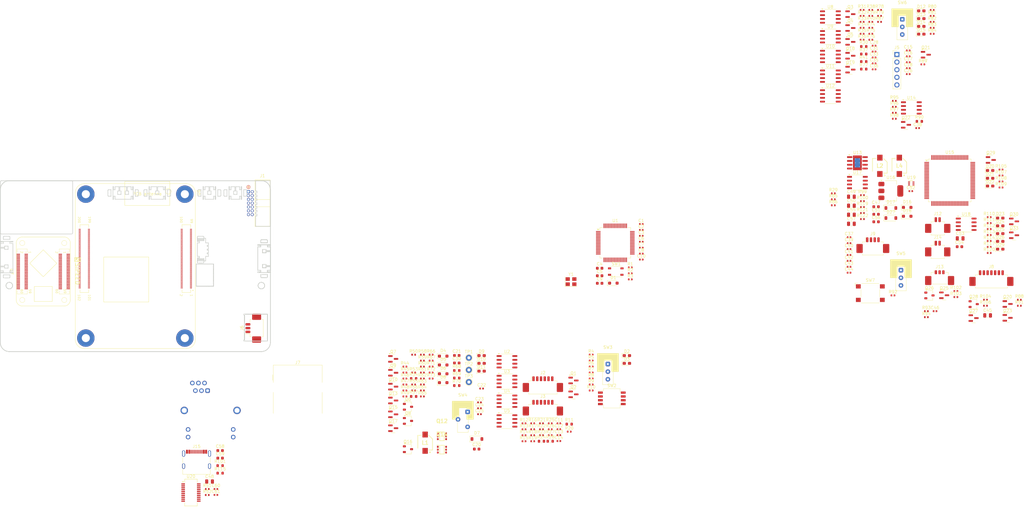
<source format=kicad_pcb>
(kicad_pcb (version 20221018) (generator pcbnew)
  (layers (0 "F.Cu" signal) (31 "B.Cu" signal) (34 "B.Paste" user) (35 "F.Paste" user) (36 "B.SilkS" user "B.Silkscreen") (37 "F.SilkS" user "F.Silkscreen") (38 "B.Mask" user) (39 "F.Mask" user) (44 "Edge.Cuts" user))
  (net 0 "")
  (net 1 "+3.3V")
  (net 2 "GND")
  (net 3 "/RingNW/NRST")
  (net 4 "/RingNW/HSE_IN")
  (net 5 "/RingNW/HSE_OUT")
  (net 6 "Net-(U1-VCAP_1)")
  (net 7 "VBUS")
  (net 8 "VCC")
  (net 9 "Net-(Q6-G)")
  (net 10 "/Power/Vout")
  (net 11 "/Power/S-S")
  (net 12 "Net-(Q14-G)")
  (net 13 "+5V")
  (net 14 "Net-(C30-Pad1)")
  (net 15 "Net-(D1-K)")
  (net 16 "Net-(D2-A)")
  (net 17 "Net-(D3-A)")
  (net 18 "VDD")
  (net 19 "Net-(D7-K)")
  (net 20 "Net-(D9-A)")
  (net 21 "Net-(D10-A)")
  (net 22 "Net-(D11-A)")
  (net 23 "Net-(C20-Pad1)")
  (net 24 "/RasPi_GPIO3")
  (net 25 "/RasPi_CM4/SD_Card/PWR")
  (net 26 "Net-(J7-RCT)")
  (net 27 "Net-(U17-Cdelay)")
  (net 28 "Net-(U13-BOOT)")
  (net 29 "Net-(D17-K)")
  (net 30 "/Power/Cap")
  (net 33 "/RingNW/SWDIO")
  (net 34 "/RingNW/SWCLK")
  (net 35 "/RingNW/SWO")
  (net 40 "+BATT")
  (net 41 "/RingNW/RS485_RingNW/RS485X_TA")
  (net 42 "/RingNW/RS485_RingNW/RS485X_TB")
  (net 43 "/RingNW/RS485_RingNW/RS485X_RA")
  (net 44 "/RingNW/RS485_RingNW/RS485X_RB")
  (net 45 "/RingNW/RS485_RingNW/RS485Y_TA")
  (net 46 "/RingNW/RS485_RingNW/RS485Y_TB")
  (net 47 "/RingNW/RS485_RingNW/RS485Y_RA")
  (net 48 "/RingNW/RS485_RingNW/RS485Y_RB")
  (net 49 "Net-(C58-Pad1)")
  (net 50 "Net-(D12-A)")
  (net 51 "Net-(D13-A)")
  (net 52 "Net-(Q1-B)")
  (net 53 "Net-(Q1-C)")
  (net 54 "Net-(Q2-B)")
  (net 55 "Net-(Q2-C)")
  (net 56 "/Power/IND")
  (net 57 "Net-(Q7-B)")
  (net 58 "Net-(Q8-G)")
  (net 59 "/Power/VSYS")
  (net 60 "Net-(Q12-G)")
  (net 61 "/Power/PowerSW")
  (net 62 "Net-(Q13-D)")
  (net 63 "Net-(Q15-B)")
  (net 64 "Net-(Q16-G)")
  (net 65 "/RingNW/BOOT")
  (net 66 "Net-(U1-PB2)")
  (net 67 "Net-(D16-K)")
  (net 68 "Net-(D20-A)")
  (net 69 "/RingNW/DIPSW0")
  (net 70 "/RingNW/DIPSW1")
  (net 71 "/RingNW/SlideSW0")
  (net 72 "/RingNW/DIPSW2")
  (net 73 "/RingNW/DIPSW3")
  (net 74 "/RingNW/F446TXx_RS485XRX")
  (net 75 "Net-(U3-DE)")
  (net 76 "/RingNW/F446TXx_RS485YRX")
  (net 77 "Net-(D14-A)")
  (net 78 "Net-(SW4-A)")
  (net 79 "Net-(D21-A)")
  (net 127 "/RingNW/F446RXx_RS485XTX")
  (net 129 "Net-(D15-A)")
  (net 130 "/RingNW/F446RXx_RS485YTX")
  (net 131 "/FPGA_TangPrimerCore/TCK")
  (net 132 "Net-(D22-A)")
  (net 133 "Net-(D23-A)")
  (net 138 "Net-(D24-A)")
  (net 139 "Net-(D25-A)")
  (net 144 "/RasPi_CM4/LED_nACT")
  (net 145 "Net-(D26-A)")
  (net 152 "Net-(D29-A)")
  (net 153 "/RasPi_CM4/RasPiTXx_LiDARRX")
  (net 154 "/RasPi_CM4/RasPiRXx_LiDARTX")
  (net 156 "/RasPi_CM4/LiDAR_PWM")
  (net 157 "/FPGA_TangPrimerCore/DAC/LCH_OUT")
  (net 158 "Net-(J13-Pin_2)")
  (net 164 "/FPGA_TangPrimerCore/DAC/RCH_OUT")
  (net 173 "Net-(U19-SW)")
  (net 174 "Net-(Q10-S)")
  (net 180 "/F446RE->RasPi_GPIO3")
  (net 182 "Net-(C59-Pad1)")
  (net 183 "/RasPi->RST_TangPrimer")
  (net 184 "/RST_TangPrimer")
  (net 186 "Net-(U20-3V3OUT)")
  (net 187 "/ResetIC->RasPi_SHDN")
  (net 188 "/RasPi_SHDN")
  (net 190 "/RasPi_CM4/FAN_PWRCtrl")
  (net 191 "Net-(Q25-D)")
  (net 192 "/RasPi_CM4/SD_PWR_ON")
  (net 193 "Net-(Q27-D)")
  (net 194 "/RingNW/LED_nR0")
  (net 196 "/RasPi_CM4/LED_nPWR")
  (net 197 "/RasPi_CM4/LED_nR0")
  (net 198 "/RingNW/LED_B0")
  (net 200 "/RingNW/LED_B1")
  (net 202 "Net-(U17-IN)")
  (net 205 "/V_Meas.")
  (net 206 "/FPGA_TangPrimerCore/LED_B0")
  (net 208 "/FPGA_TangPrimerCore/LED_B1")
  (net 209 "/FPGA_TangPrimerCore/LED_B2")
  (net 210 "/FPGA_TangPrimerCore/TMS")
  (net 212 "/FPGA_TangPrimerCore/TDO")
  (net 214 "/FPGA_TangPrimerCore/TDI")
  (net 215 "Net-(Q3-B)")
  (net 216 "Net-(Q3-C)")
  (net 217 "Net-(Q4-B)")
  (net 218 "Net-(Q4-C)")
  (net 219 "Net-(Q5-B)")
  (net 221 "Net-(Q5-C)")
  (net 226 "/FPGA_TangPrimerCore/LED_B3")
  (net 229 "/RasPi_CM4/ETH_LEDY")
  (net 230 "Net-(J7-Pad15)")
  (net 238 "/RasPi_CM4/ETH_LEDG")
  (net 239 "Net-(J7-Pad13)")
  (net 244 "/Power/FB_Boost")
  (net 245 "/RingNW/LED_LG0")
  (net 250 "/RingNW/LED_Y0")
  (net 251 "/RasPi_CM4/LED_LG0")
  (net 256 "/RasPi_CM4/LED_Y0")
  (net 257 "Net-(U13-RT{slash}CLK)")
  (net 262 "/Power/FB_Buck")
  (net 263 "/RasPi_CM4/GLOBAL_EN")
  (net 269 "/PCM_DOUT")
  (net 275 "/PCM_FS")
  (net 281 "/PCM_DIN")
  (net 286 "/PCM_CLK")
  (net 287 "/RasPi_CM4/SD_CLK")
  (net 292 "/RasPi_CM4/SD_DAT3")
  (net 293 "/RasPi_CM4/SD_CMD")
  (net 298 "/RasPi_CM4/SD_DAT0")
  (net 299 "/RasPi_CM4/SD_DAT1")
  (net 304 "/RasPi_CM4/SD_DAT2")
  (net 305 "/DSI_D0_N")
  (net 306 "/DSI_D0_P")
  (net 308 "/DSI_D1_N")
  (net 310 "/DSI_D1_P")
  (net 311 "/DSI_CK_P")
  (net 312 "/DSI_CK_N")
  (net 314 "/DSI_D2_N")
  (net 316 "/DSI_D3_N")
  (net 317 "/DSI_D2_P")
  (net 318 "/DSI_D3_P")
  (net 336 "Net-(Q18-B)")
  (net 337 "Net-(Q18-C)")
  (net 339 "Net-(Q19-B)")
  (net 348 "Net-(Q19-C)")
  (net 356 "/RST_FPGA")
  (net 358 "Net-(Q22-B)")
  (net 360 "Net-(Q22-C)")
  (net 362 "Net-(U4-DE)")
  (net 364 "/FPGA_TangPrimerCore/TangPrimerTXx_Panel0RX")
  (net 366 "Net-(U5-B)")
  (net 368 "/FPGA_TangPrimerCore/TangPrimerTXx_Panel2RX")
  (net 370 "/FPGA_TangPrimerCore/TangPrimerTXx_Panel1RX")
  (net 372 "Net-(U8-B)")
  (net 374 "Net-(U9-B)")
  (net 376 "/FPGA_TangPrimerCore/TangPrimerTXx_Panel3RX")
  (net 378 "Net-(U10-B)")
  (net 380 "/FPGA_TangPrimerCore/TangPrimerTXx_Panel4RX")
  (net 381 "Net-(U11-B)")
  (net 382 "/FPGA_TangPrimerCore/TangPrimerTXx_Panel5RX")
  (net 383 "Net-(U12-B)")
  (net 388 "/FPGA_TangPrimerCore/SlideSW0")
  (net 391 "/FPGA_TangPrimerCore/TangPrimerRXx_Panel0TX")
  (net 392 "/FPGA_TangPrimerCore/RS485_Panel/RS485_Panel0")
  (net 396 "CM4_3.3V(OUTPUT)__1")
  (net 412 "/FPGA_TangPrimerCore/3.3V_TangPrimer")
  (net 455 "Net-(U7-E8_READY)")
  (net 456 "Net-(U7-D7_DONE)")
  (net 457 "/FPGA_TangPrimerCore/TangPrimerRXx_Panel1TX")
  (net 458 "/FPGA_TangPrimerCore/RS485_Panel/RS485_Panel1")
  (net 459 "/FPGA_TangPrimerCore/TangPrimerRXx_Panel2TX")
  (net 460 "/FPGA_TangPrimerCore/RS485_Panel/RS485_Panel2")
  (net 461 "/FPGA_TangPrimerCore/TangPrimerRXx_Panel3TX")
  (net 462 "/FPGA_TangPrimerCore/RS485_Panel/RS485_Panel3")
  (net 463 "/FPGA_TangPrimerCore/TangPrimerRXx_Panel4TX")
  (net 464 "/FPGA_TangPrimerCore/RS485_Panel/RS485_Panel4")
  (net 465 "/FPGA_TangPrimerCore/TangPrimerRXx_Panel5TX")
  (net 466 "/FPGA_TangPrimerCore/RS485_Panel/RS485_Panel5")
  (net 468 "CM4_1.8V(OUTPUT)__1")
  (net 527 "/FPGA_TangPrimerCore/I2S_SCK")
  (net 528 "/FPGA_TangPrimerCore/I2S_WS")
  (net 529 "/FPGA_TangPrimerCore/I2S_SD")
  (net 531 "/RasPi_CM4/TRD1_P")
  (net 532 "/RasPi_CM4/TRD1_N")
  (net 533 "/RasPi_CM4/TRD0_N")
  (net 534 "/RasPi_CM4/TRD0_P")
  (net 535 "Net-(J15-CC1)")
  (net 537 "Net-(J15-CC2)")
  (net 539 "Net-(U20-USBDP)")
  (net 540 "Net-(U20-USBDM)")
  (net 541 "/RasPi_CM4/RasPiRX0_SerialTX")
  (net 542 "/RasPi_CM4/RasPiTX0_SerialRX")
  (footprint "Resistor_SMD:R_0402_1005Metric" (layer "F.Cu") (at 95.6575 33.525)
    (fp_text reference "R60")
    (fp_text value "10k")
  )
  (footprint "Package_TO_SOT_SMD:SOT-23" (layer "F.Cu") (at 238.295 -84.05)
    (fp_text reference "Q3")
    (fp_text value "S8550")
  )
  (footprint "Capacitor_SMD:C_0402_1005Metric" (layer "F.Cu") (at 257.555 -66.025)
    (fp_text reference "C18")
    (fp_text value "0.1uF")
  )
  (footprint "Resistor_SMD:R_0402_1005Metric" (layer "F.Cu") (at 98.5675 29.545)
    (fp_text reference "R66")
    (fp_text value "10k")
  )
  (footprint "Capacitor_SMD:C_0402_1005Metric" (layer "F.Cu") (at 168.6075 -6.135)
    (fp_text reference "C7")
    (fp_text value "0.1uF")
  )
  (footprint "Package_SO:SOP-8_3.9x4.9mm_P1.27mm" (layer "F.Cu") (at 123.8475 45.065)
    (fp_text reference "U4")
    (fp_text value "MAX3485")
  )
  (footprint "Package_TO_SOT_SMD:SOT-23" (layer "F.Cu") (at 269.55 9.73)
    (fp_text reference "Q25")
    (fp_text value "BSS138")
  )
  (footprint "Capacitor_SMD:C_0402_1005Metric" (layer "F.Cu") (at 168.6075 -10.075)
    (fp_text reference "C3")
    (fp_text value "0.1uF")
  )
  (footprint "Capacitor_SMD:C_0805_2012Metric" (layer "F.Cu") (at 284.02 16.445)
    (fp_text reference "C45")
    (fp_text value "10uF")
  )
  (footprint "Resistor_SMD:R_0402_1005Metric" (layer "F.Cu") (at 151.9075 29.545)
    (fp_text reference "R4")
    (fp_text value "1k")
  )
  (footprint "Resistor_SMD:R_0402_1005Metric" (layer "F.Cu") (at 144.5875 55.215)
    (fp_text reference "R20")
    (fp_text value "10k")
  )
  (footprint "TomoshibiLibrary:Package_TSOP6F" (layer "F.Cu") (at 102.1825 61.225)
    (fp_text reference "Q14")
    (fp_text value "SSM6J808R" hide)
  )
  (footprint "Capacitor_SMD:C_0402_1005Metric" (layer "F.Cu") (at 168.6075 -12.045)
    (fp_text reference "C2")
    (fp_text value "0.1uF")
  )
  (footprint "Capacitor_SMD:C_0402_1005Metric" (layer "F.Cu") (at 260.705 -46.045)
    (fp_text reference "C38")
    (fp_text value "0.1uF")
  )
  (footprint "Package_TO_SOT_SMD:SOT-23W" (layer "F.Cu") (at 279.38 12.68)
    (fp_text reference "Q28")
    (fp_text value "SSM3J332R")
  )
  (footprint "Capacitor_SMD:C_0603_1608Metric" (layer "F.Cu") (at 154.7275 5.725)
    (fp_text reference "C9")
    (fp_text value "4.7uF")
  )
  (footprint "Resistor_SMD:R_0402_1005Metric" (layer "F.Cu") (at 263.61 17.025)
    (fp_text reference "R94")
    (fp_text value "470")
  )
  (footprint "Diode_SMD:D_SOD-123" (layer "F.Cu") (at 251.785 -19.385)
    (fp_text reference "D17")
    (fp_text value "SS2040FL")
  )
  (footprint "Capacitor_SMD:C_0402_1005Metric" (layer "F.Cu") (at 26.855 76.32)
    (fp_text reference "C61")
    (fp_text value "0.1uF")
  )
  (footprint "Package_TO_SOT_SMD:SOT-23" (layer "F.Cu") (at 238.295 -65.55)
    (fp_text reference "Q19")
    (fp_text value "S8550")
  )
  (footprint "TomoshibiLibrary:SW_Slide_SPDT_White" (layer "F.Cu") (at 109.1385 51.126)
    (fp_text reference "SW4")
    (fp_text value "SW_SPDT_White")
  )
  (footprint "Resistor_SMD:R_0402_1005Metric" (layer "F.Cu") (at 252.48 9.765)
    (fp_text reference "R92")
    (fp_text value "10k")
  )
  (footprint "Resistor_SMD:R_0402_1005Metric" (layer "F.Cu") (at 138.2575 52.445)
    (fp_text reference "R25")
    (fp_text value "20k")
  )
  (footprint "Package_SO:SOP-8_3.9x4.9mm_P1.27mm" (layer "F.Cu") (at 123.8475 38.485)
    (fp_text reference "U3")
    (fp_text value "MAX3485")
  )
  (footprint "Capacitor_SMD:C_0402_1005Metric" (layer "F.Cu") (at 237.84 -9.625)
    (fp_text reference "C37")
    (fp_text value "0.1uF")
  )
  (footprint "Resistor_SMD:R_0402_1005Metric" (layer "F.Cu") (at 245.105 -79.485)
    (fp_text reference "R74")
    (fp_text value "20k")
  )
  (footprint "Resistor_SMD:R_0402_1005Metric" (layer "F.Cu") (at 242.195 -85.455)
    (fp_text reference "R31")
    (fp_text value "20k")
  )
  (footprint "LED_SMD:LED_0603_1608Metric_Pad1.05x0.95mm_HandSolder" (layer "F.Cu") (at 115.3925 35.025)
    (fp_text reference "D11")
    (fp_text value "Green")
  )
  (footprint "Diode_SMD:D_SOD-323_HandSoldering" (layer "F.Cu") (at 257.225 -16.635)
    (fp_text reference "D18")
    (fp_text value "D_Zener")
  )
  (footprint "Capacitor_SMD:C_0402_1005Metric" (layer "F.Cu") (at 114.6875 49.395)
    (fp_text reference "C25")
    (fp_text value "1uF")
  )
  (footprint "Resistor_SMD:R_0402_1005Metric" (layer "F.Cu") (at 89.8375 41.485)
    (fp_text reference "R48")
    (fp_text value "10k")
  )
  (footprint "Package_TO_SOT_SMD:SOT-23" (layer "F.Cu") (at 146.0075 42.775)
    (fp_text reference "Q2")
    (fp_text value "S8550")
  )
  (footprint "Package_TO_SOT_SMD:SOT-23" (layer "F.Cu") (at 279.35 17.34)
    (fp_text reference "Q27")
    (fp_text value "BSS138")
  )
  (footprint "Resistor_SMD:R_0402_1005Metric" (layer "F.Cu") (at 242.31 -19.675)
    (fp_text reference "R119")
    (fp_text value "200k")
  )
  (footprint "Package_TO_SOT_SMD:SOT-23W" (layer "F.Cu") (at 264.63 9.78)
    (fp_text reference "Q26")
    (fp_text value "SSM3J332R")
  )
  (footprint "Diode_SMD:D_SOD-323_HandSoldering" (layer "F.Cu") (at 102.5925 32.975)
    (fp_text reference "D5")
    (fp_text value "D_Zener")
  )
  (footprint "Button_Switch_SMD:SW_SPST_Omron_B3FS-100xP" (layer "F.Cu") (at 244.935 9.015)
    (fp_text reference "SW7")
    (fp_text value "SW_SPST")
  )
  (footprint "Resistor_SMD:R_0402_1005Metric" (layer "F.Cu") (at 284.55 -8.365)
    (fp_text reference "R114")
    (fp_text value "1k")
  )
  (footprint "Resistor_SMD:R_0402_1005Metric" (layer "F.Cu") (at 232.59 -22.275)
    (fp_text reference "R85")
    (fp_text value "5.1k")
  )
  (footprint "Resistor_SMD:R_0402_1005Metric" (layer "F.Cu") (at 132.4375 58.415)
    (fp_text reference "R19")
    (fp_text value "120")
  )
  (footprint "Package_SO:SOP-8_3.9x4.9mm_P1.27mm" (layer "F.Cu") (at 231.625 -83.095)
    (fp_text reference "U8")
    (fp_text value "MAX3485")
  )
  (footprint "Resistor_SMD:R_0402_1005Metric" (layer "F.Cu") (at 89.8375 33.525)
    (fp_text reference "R44")
    (fp_text value "1k")
  )
  (footprint "Resistor_SMD:R_0402_1005Metric" (layer "F.Cu") (at 284.55 -4.385)
    (fp_text reference "R120")
    (fp_text value "1k")
  )
  (footprint "Resistor_SMD:R_0402_1005Metric" (layer "F.Cu") (at 95.6575 37.505)
    (fp_text reference "R62")
    (fp_text value "10k")
  )
  (footprint "Resistor_SMD:R_0402_1005Metric" (layer "F.Cu") (at 263.61 15.035)
    (fp_text reference "R93")
    (fp_text value "470")
  )
  (footprint "Capacitor_SMD:C_0402_1005Metric" (layer "F.Cu") (at 114.6875 45.455)
    (fp_text reference "C23")
    (fp_text value "1uF")
  )
  (footprint "Capacitor_SMD:C_0603_1608Metric" (layer "F.Cu") (at 28.255 61.53)
    (fp_text reference "C58")
    (fp_text value "47pF")
  )
  (footprint "Package_TO_SOT_SMD:SOT-23" (layer "F.Cu") (at 85.9375 40.2)
    (fp_text reference "Q10")
    (fp_text value "BSS138")
  )
  (footprint "Capacitor_SMD:C_0805_2012Metric" (layer "F.Cu") (at 238.63 -17.125)
    (fp_text reference "C55")
    (fp_text value "47uF")
  )
  (footprint "Capacitor_SMD:C_0402_1005Metric" (layer "F.Cu") (at 168.6075 -14.015)
    (fp_text reference "C1")
    (fp_text value "0.1uF")
  )
  (footprint "Resistor_SMD:R_0402_1005Metric" (layer "F.Cu") (at 232.59 -20.285)
    (fp_text reference "R86")
    (fp_text value "5.1k")
  )
  (footprint "Resistor_SMD:R_0402_1005Metric" (layer "F.Cu") (at 135.3475 52.445)
    (fp_text reference "R21")
    (fp_text value "2.2k")
  )
  (footprint "Resistor_SMD:R_0402_1005Metric" (layer "F.Cu") (at 273.45 10.315)
    (fp_text reference "R103")
    (fp_text value "10k")
  )
  (footprint "Resistor_SMD:R_0402_1005Metric" (layer "F.Cu") (at 132.4375 52.445)
    (fp_text reference "R16")
    (fp_text value "10k")
  )
  (footprint "Capacitor_SMD:C_0402_1005Metric" (layer "F.Cu") (at 257.555 -69.965)
    (fp_text reference "C16")
    (fp_text value "0.1uF")
  )
  (footprint "Resistor_SMD:R_0402_1005Metric" (layer "F.Cu") (at 23.965 74.36)
    (fp_text reference "R51")
    (fp_text value "5.1k")
  )
  (footprint "Resistor_SMD:R_0402_1005Metric" (layer "F.Cu") (at 273.45 8.325)
    (fp_text reference "R102")
    (fp_text value "10k")
  )
  (footprint "Package_QFP:LQFP-100_14x14mm_P0.5mm" (layer "F.Cu") (at 271.4 -28.565)
    (fp_text reference "U15")
    (fp_text value "STM32H723VGTx")
  )
  (footprint "Package_SO:SOP-8_3.9x4.9mm_P1.27mm" (layer "F.Cu") (at 231.625 -63.355)
    (fp_text reference "U11")
    (fp_text value "MAX3485")
  )
  (footprint "Resistor_SMD:R_0402_1005Metric" (layer "F.Cu") (at 151.9075 31.535)
    (fp_text reference "R5")
    (fp_text value "1k")
  )
  (footprint "LED_SMD:LED_0603_1608Metric_Pad1.05x0.95mm_HandSolder" (layer "F.Cu") (at 288.225 -10.845)
    (fp_text reference "D25")
    (fp_text value "Yellow")
  )
  (footprint "Capacitor_SMD:C_0603_1608Metric" (layer "F.Cu") (at 107.1175 32.315)
    (fp_text reference "C30")
    (fp_text value "0.1uF")
  )
  (footprint "TomoshibiLibrary:BoxHeader_2x07_P1.27mm_Horizontal" (layer "F.Cu") (at 37.7 -21)
    (fp_text reference "J1")
    (fp_text value "Conn_01x14_Pin")
  )
  (footprint "Capacitor_SMD:C_0402_1005Metric" (layer "F.Cu") (at 246.185 -67.615)
    (fp_text reference "C35")
    (fp_text value "0.1uF")
  )
  (footprint "Resistor_SMD:R_0402_1005Metric" (layer "F.Cu") (at 265.545 -85.455)
    (fp_text reference "R80")
    (fp_text value "1k")
  )
  (footprint "Package_TO_SOT_SMD:SOT-23W" (layer "F.Cu") (at 90.8575 61.065)
    (fp_text reference "Q16")
    (fp_text value "SSM3J332R")
  )
  (footprint "Resistor_SMD:R_0402_1005Metric" (layer "F.Cu") (at 284.55 -10.355)
    (fp_text reference "R113")
    (fp_text value "1k")
  )
  (footprint "Resistor_SMD:R_0402_1005Metric" (layer "F.Cu") (at 283.31 11.225)
    (fp_text reference "R104")
    (fp_text value "10k")
  )
  (footprint "Connector_Molex:Molex_PicoBlade_53261-0471_1x04-1MP_P1.25mm_Horizontal" (layer "F.Cu") (at 245.78 -6.385)
    (fp_text reference "J9")
    (fp_text value "Conn_01x04_MountingPin")
  )
  (footprint "Resistor_SMD:R_0402_1005Metric" (layer "F.Cu") (at 252.925 -55.125)
    (fp_text reference "R95")
    (fp_text value "20k")
  )
  (footprint "Package_TO_SOT_SMD:SOT-23" (layer "F.Cu") (at 85.9375 30.95)
    (fp_text reference "Q7")
    (fp_text value "S8550")
  )
  (footprint "Capacitor_SMD:C_0402_1005Metric" (layer "F.Cu") (at 246.185 -71.555)
    (fp_text reference "C31")
    (fp_text value "0.1uF")
  )
  (footprint "LED_SMD:LED_0603_1608Metric_Pad1.05x0.95mm_HandSolder" (layer "F.Cu") (at 163.8125 29.845)
    (fp_text reference "D2")
    (fp_text value "Blue")
  )
  (footprint "Diode_SMD:D_SOD-123" (layer "F.Cu") (at 251.785 -16.035)
    (fp_text reference "D27")
    (fp_text value "SS2040FL")
  )
  (footprint "Resistor_SMD:R_0402_1005Metric" (layer "F.Cu") (at 232.59 -24.265)
    (fp_text reference "R29")
    (fp_text value "5.1k")
  )
  (footprint "Package_SO:SOP-8_3.9x4.9mm_P1.27mm" (layer "F.Cu") (at 231.625 -56.775)
    (fp_text reference "U12")
    (fp_text value "MAX3485")
  )
  (footprint "TestPoint:TestPoint_THTPad_D2.0mm_Drill1.0mm" (layer "F.Cu") (at 111.1475 34.625)
    (fp_text reference "TP2")
    (fp_text value "TestPoint")
  )
  (footprint "Resistor_SMD:R_0603_1608Metric" (layer "F.Cu") (at 261.275 -48.285)
    (fp_text reference "R90")
    (fp_text value "7.5k")
  )
  (footprint "Resistor_SMD:R_0402_1005Metric" (layer "F.Cu") (at 242.31 -15.695)
    (fp_text reference "R122")
    (fp_text value "10k")
  )
  (footprint "Capacitor_SMD:C_0402_1005Metric" (layer "F.Cu") (at 246.185 -65.645)
    (fp_text reference "C36")
    (fp_text value "0.1uF")
  )
  (footprint "Resistor_SMD:R_0402_1005Metric" (layer "F.Cu") (at 135.3475 56.425)
    (fp_text reference "R23")
    (fp_text value "120")
  )
  (footprint "Capacitor_SMD:C_0402_1005Metric" (layer "F.Cu") (at 141.1475 54.405)
    (fp_text reference "C12")
    (fp_text value "0.1uF")
  )
  (footprint "Capacitor_SMD:C_0402_1005Metric" (layer "F.Cu") (at 246.185 -69.585)
    (fp_text reference "C33")
    (fp_text value "0.1uF")
  )
  (footprint "Capacitor_SMD:C_0402_1005Metric" (layer "F.Cu") (at 114.6875 47.425)
    (fp_text reference "C24")
    (fp_text value "1uF")
  )
  (footprint "Package_SO:SOP-8_3.9x4.9mm_P1.27mm" (layer "F.Cu") (at 123.8475 31.905)
    (fp_text reference "U2")
    (fp_text value "MAX3485")
  )
  (footprint "Resistor_SMD:R_0402_1005Metric" (layer "F.Cu") (at 242.195 -81.475)
    (fp_text reference "R33")
    (fp_text value "2.2k")
  )
  (footprint "Resistor_SMD:R_0402_1005Metric" (layer "F.Cu") (at 164.9375 0.445)
    (fp_text reference "R1")
    (fp_text value "1k")
  )
  (footprint "Connector_Molex:Molex_PicoBlade_53261-0371_1x03-1MP_P1.25mm_Horizontal" (layer "F.Cu") (at 39.925 20.68 90)
    (fp_text reference "J6")
    (fp_text value "Conn_01x03_MountingPin")
  )
  (footprint "LED_SMD:LED_0603_1608Metric_Pad1.05x0.95mm_HandSolder" (layer "F.Cu") (at 284.865 -29.305)
    (fp_text reference "D21")
    (fp_text value "LightGreen")
  )
  (footprint "Capacitor_SMD:C_0402_1005Metric" (layer "F.Cu") (at 141.1475 58.345)
    (fp_text reference "C14")
    (fp_text value "0.1uF")
  )
  (footprint "Resistor_SMD:R_0402_1005Metric" (layer "F.Cu") (at 288.49 -26.225)
    (fp_text reference "R109")
    (fp_text value "1k")
  )
  (footprint "Resistor_SMD:R_0402_1005Metric" (layer "F.Cu") (at 284.55 -6.375)
    (fp_text reference "R117")
    (fp_text value "10k")
  )
  (footprint "Package_TO_SOT_SMD:SOT-23" (layer "F.Cu") (at 85.9375 49.45)
    (fp_text reference "Q15")
    (fp_text value "S8550")
  )
  (footprint "Resistor_SMD:R_0402_1005Metric" (layer "F.Cu") (at 151.9075 39.495)
    (fp_text reference "R9")
    (fp_text value "10k")
  )
  (footprint "TomoshibiLibrary:Package_TSOP6F" (layer "F.Cu") (at 102.1825 56.775)
    (fp_text reference "Q12")
    (fp_text value "SSM6J808R" hide)
  )
  (footprint "Capacitor_SMD:C_0402_1005Metric" (layer "F.Cu") (at 168.6075 -2.195)
    (fp_text reference "C10")
    (fp_text value "1uF")
  )
  (footprint "Resistor_SMD:R_0402_1005Metric" (layer "F.Cu") (at 129.5275 52.445)
    (fp_text reference "R12")
    (fp_text value "20k")
  )
  (footprint "Resistor_SMD:R_0402_1005Metric" (layer "F.Cu") (at 242.195 -77.495)
    (fp_text reference "R35")
    (fp_text value "2.2k")
  )
  (footprint "Capacitor_SMD:C_0402_1005Metric" (layer "F.Cu") (at 141.1475 56.375)
    (fp_text reference "C13")
    (fp_text value "0.1uF")
  )
  (footprint "Capacitor_SMD:C_0603_1608Metric" (layer "F.Cu") (at 113.7475 61.025)
    (fp_text reference "C20")
    (fp_text value "4.7uF")
  )
  (footprint "Connector_Molex:Molex_PicoBlade_53398-0371_1x03-1MP_P1.25mm_Vertical" (layer "F.Cu") (at 268.03 3.305)
    (fp_text reference "J13")
    (fp_text value "Conn_01x03_MountingPin")
  )
  (footprint "Package_SO:SOP-8_3.9x4.9mm_P1.27mm" (layer "F.Cu") (at 258.605 -52.765)
    (fp_text reference "U14")
    (fp_text value "MAX3485")
  )
  (footprint "Resistor_SMD:R_0402_1005Metric" (layer "F.Cu") (at 138.2575 54.435)
    (fp_text reference "R26")
    (fp_text value "2.2k")
  )
  (footprint "TomoshibiLibrary:Connector_RJ45_LPJK7001AGNL" (layer "F.Cu") (at 25.1 48.14)
    (fp_text reference "J7")
    (fp_text value "RJ45_Hanrun_HR911105A_Horizontal")
  )
  (footprint "Resistor_SMD:R_0603_1608Metric" (layer "F.Cu") (at 242.745 -70.745)
    (fp_text reference "R37")
    (fp_text value "7.5k")
  )
  (footprint "Resistor_SMD:R_0402_1005Metric" (layer "F.Cu") (at 245.105 -81.475)
    (fp_text reference "R40")
    (fp_text value "2.2k")
  )
  (footprint "Resistor_SMD:R_0402_1005Metric" (layer "F.Cu") (at 265.545 -77.495)
    (fp_text reference "R84")
    (fp_text value "10k")
  )
  (footprint "Resistor_SMD:R_0402_1005Metric" (layer "F.Cu") (at 23.965 76.35)
    (fp_text reference "R52")
    (fp_text value "5.1k")
  )
  (footprint "TomoshibiLibrary:DCDC_TPS61023" (layer "F.Cu") (at 258.580001 -27.559999)
    (fp_text reference "U19")
    (fp_text value "DCDC_TPS61023")
  )
  (footprint "Capacitor_SMD:C_0402_1005Metric" (layer "F.Cu") (at 115.3975 40.835)
    (fp_text reference "C22")
    (fp_text value "1uF")
  )
  (footprint "Capacitor_SMD:C_0402_1005Metric" (layer "F.Cu") (at 168.6075 -8.105)
    (fp_text reference "C6")
    (fp_text value "0.1uF")
  )
  (footprint "Resistor_SMD:R_0402_1005Metric" (layer "F.Cu") (at 252.925 -53.135)
    (fp_text reference "R96")
    (fp_text value "2.2k")
  )
  (footprint "Resistor_SMD:R_0402_1005Metric" (layer "F.Cu") (at 164.9375 4.425)
    (fp_text reference "R3")
    (fp_text value "10k")
  )
  (footprint "LED_SMD:LED_0603_1608Metric_Pad1.05x0.95mm_HandSolder" (layer "F.Cu") (at 284.865 -31.895)
    (fp_text reference "D20")
    (fp_text value "Red")
  )
  (footprint "LED_SMD:LED_0603_1608Metric_Pad1.05x0.95mm_HandSolder" (layer "F.Cu") (at 261.92 -82.565)
    (fp_text reference "D13")
    (fp_text value "Blue")
  )
  (footprint "Capacitor_SMD:C_0805_2012Metric" (layer "F.Cu") (at 238.63 -20.135)
    (fp_text reference "C50")
    (fp_text value "47uF")
  )
  (footprint "Package_SO:SSOP-20_3.9x8.7mm_P0.635mm" (layer "F.Cu") (at 18.535 75.53)
    (fp_text reference "U20")
    (fp_text value "FT231XS")
  )
  (footprint "MyLibrary:Inductor_CDPH4D19F" (layer "F.Cu") (at 248.105 -33.46)
    (fp_text reference "L2")
    (fp_text value "2.2uH" hide)
  )
  (footprint "TestPoint:TestPoint_THTPad_D2.0mm_Drill1.0mm" (layer "F.Cu") (at 111.1475 30.575)
    (fp_text reference "TP1")
    (fp_text value "TestPoint")
  )
  (footprint "Package_TO_SOT_SMD:SOT-23" (layer "F.Cu") (at 85.9375 54.075)
    (fp_text reference "Q17")
    (fp_text value "S8550")
  )
  (footprint "Diode_SMD:D_SOD-123" (layer "F.Cu") (at 113.8425 57.675)
    (fp_text reference "D7")
    (fp_text value "SS2040FL")
  )
  (footprint "Capacitor_SMD:C_0603_1608Metric" (layer "F.Cu") (at 154.7275 3.215)
    (fp_text reference "C5")
    (fp_text value "22pF")
  )
  (footprint "Package_TO_SOT_SMD:SOT-23" (layer "F.Cu") (at 146.0075 38.15)
    (fp_text reference "Q1")
    (fp_text value "S8550")
  )
  (footprint "Connector_Molex:Molex_PicoBlade_53261-0271_1x02-1MP_P1.25mm_Horizontal" (layer "F.Cu") (at 267.4 -5.245)
    (fp_text reference "J14")
    (fp_text value "Conn_01x02_MountingPin")
  )
  (footprint "Resistor_SMD:R_0402_1005Metric" (layer "F.Cu") (at 98.5675 35.515)
    (fp_text reference "R72")
    (fp_text value "1k")
  )
  (footprint "LED_SMD:LED_0603_1608Metric_Pad1.05x0.95mm_HandSolder" (layer "F.Cu") (at 288.225 -8.255)
    (fp_text reference "D26")
    (fp_text value "LightGreen")
  )
  (footprint "TomoshibiLibrary:SW_Slide_3P_SPDT" (layer "F.Cu") (at 255.586 -79.794)
    (fp_text reference "SW6")
    (fp_text value "SW_SPDT")
  )
  (footprint "Package_TO_SOT_SMD:SOT-23" (layer "F.Cu") (at 263.435 -70.52)
    (fp_text reference "Q21")
    (fp_text value "BSS138")
  )
  (footprint "Resistor_SMD:R_0402_1005Metric" (layer "F.Cu") (at 151.9075 35.515)
    (fp_text reference "R7")
    (fp_text value "10k")
  )
  (footprint "Resistor_SMD:R_0402_1005Metric" (layer "F.Cu") (at 288.49 -30.205)
    (fp_text reference "R107")
    (fp_text value "1k")
  )
  (footprint "Resistor_SMD:R_0402_1005Metric" (layer "F.Cu") (at 95.6575 39.495)
    (fp_text reference "R63")
    (fp_text value "10k")
  )
  (footprint "Resistor_SMD:R_0402_1005Metric" (layer "F.Cu") (at 262.445 -67.305)
    (fp_text reference "R89")
    (fp_text value "10k")
  )
  (footprint "Package_TO_SOT_SMD:SOT-23" (layer "F.Cu") (at 292.84 -10.295)
    (fp_text reference "Q33")
    (fp_text value "BSS138")
  )
  (footprint "Resistor_SMD:R_0402_1005Metric" (layer "F.Cu") (at 245.105 -77.495)
    (fp_text reference "R75")
    (fp_text value "2.2k")
  )
  (footprint "LED_SMD:LED_0603_1608Metric_Pad1.05x0.95mm_HandSolder" (layer "F.Cu") (at 261.92 -85.155)
    (fp_text reference "D12")
    (fp_text value "Blue")
  )
  (footprint "Resistor_SMD:R_0402_1005Metric" (layer "F.Cu") (at 129.5275 58.415)
    (fp_text reference "R15")
    (fp_text value "120")
  )
  (footprint "Connector_Molex:Molex_PicoBlade_53261-0671_1x06-1MP_P1.25mm_Horizontal" (layer "F.Cu") (at 135.8175 39.975)
    (fp_text reference "J2")
    (fp_text value "Conn_01x06_MountingPin")
  )
  (footprint "Package_TO_SOT_SMD:SOT-23W" (layer "F.Cu") (at 90.8575 51.635)
    (fp_text reference "Q8")
    (fp_text value "SSM3J332R")
  )
  (footprint "Package_TO_SOT_SMD:SOT-23W" (layer "F.Cu") (at 90.8575 46.92)
    (fp_text reference "Q6")
    (fp_text value "SSM3J332R")
  )
  (footprint "Resistor_SMD:R_0402_1005Metric" (layer "F.Cu") (at 95.6575 35.515)
    (fp_text reference "R61")
    (fp_text value "10k")
  )
  (footprint "Capacitor_SMD:C_0805_2012Metric" (layer "F.Cu") (at 238.63 -23.145)
    (fp_text reference "C49")
    (fp_text value "100uF")
  )
  (footprint "Resistor_SMD:R_0402_1005Metric" (layer "F.Cu") (at 284.55 -12.345)
    (fp_text reference "R112")
    (fp_text value "1k")
  )
  (footprint "Capacitor_SMD:C_0402_1005Metric" (layer "F.Cu") (at 257.555 -71.935)
    (fp_text reference "C15")
    (fp_text value "0.1uF")
  )
  (footprint "Resistor_SMD:R_0402_1005Metric" (layer "F.Cu") (at 245.105 -75.505)
    (fp_text reference "R76")
    (fp_text value "2.2k")
  )
  (footprint "LED_SMD:LED_0603_1608Metric_Pad1.05x0.95mm_HandSolder" (layer "F.Cu") (at 115.3925 32.435)
    (fp_text reference "D10")
    (fp_text value "Green")
  )
  (footprint "Resistor_SMD:R_0603_1608Metric" (layer "F.Cu") (at 28.255 66.55)
    (fp_text reference "R101")
    (fp_text value "33")
  )
  (footprint "Resistor_SMD:R_0402_1005Metric" (layer "F.Cu") (at 248.015 -85.455)
    (fp_text reference "R78")
    (fp_text value "20k")
  )
  (footprint "Package_QFP:LQFP-64_10x10mm_P0.5mm" (layer "F.Cu") (at 159.9475 -7.775)
    (fp_text reference "U1")
    (fp_text value "STM32F446RETx")
  )
  (footprint "Resistor_SMD:R_0402_1005Metric" (layer "F.Cu") (at 245.105 -83.465)
    (fp_text reference "R39")
    (fp_text value "2.2k")
  )
  (footprint "Resistor_SMD:R_0402_1005Metric" (layer "F.Cu") (at 129.5275 56.425)
    (fp_text reference "R14")
    (fp_text value "2.2k")
  )
  (footprint "Package_SO:SOP-8_3.9x4.9mm_P1.27mm" (layer "F.Cu") (at 276.87 -13.965)
    (fp_text reference "U18")
    (fp_text value "DAC_PT8211S")
  )
  (footprint "Resistor_SMD:R_0402_1005Metric" (layer "F.Cu") (at 242.195 -79.485)
    (fp_text reference "R34")
    (fp_text value "20k")
  )
  (footprint "Resistor_SMD:R_0603_1608Metric" (layer "F.Cu") (at 138.2575 58.415)
    (fp_text reference "R28")
    (fp_text value "7.5k")
  )
  (footprint "Resistor_SMD:R_0402_1005Metric" (layer "F.Cu") (at 284.55 -14.335)
    (fp_text reference "R111")
    (fp_text value "1k")
  )
  (footprint "Resistor_SMD:R_0402_1005Metric" (layer "F.Cu") (at 95.6575 31.535)
    (fp_text reference "R59")
    (fp_text value "10k")
  )
  (footprint "Resistor_SMD:R_0402_1005Metric" (layer "F.Cu") (at 288.49 -28.215)
    (fp_text reference "R108")
    (fp_text value "1k")
  )
  (footprint "Package_SO:SOP-8_3.9x4.9mm_P1.27mm" (layer "F.Cu") (at 231.625 -76.515)
    (fp_text reference "U9")
    (fp_text value "MAX3485")
  )
  (footprint "Resistor_SMD:R_0402_1005Metric" (layer "F.Cu") (at 242.31 -21.665)
    (fp_text reference "R100")
    (fp_text value "10k")
  )
  (footprint "TomoshibiLibrary:SW_Slide_3P_SPDT" (layer "F.Cu") (at 255.141 3.896)
    (fp_text reference "SW5")
    (fp_text value "SW_SPDT")
  )
  (footprint "Package_SO:SOP-8_3.9x4.9mm_P1.27mm" (layer "F.Cu") (at 123.8475 51.645)
    (fp_text reference "U5")
    (fp_text value "MAX3485")
  )
  (footprint "Resistor_SMD:R_0402_1005Metric" (layer "F.Cu") (at 288.49 -32.195)
    (fp_text reference "R105")
    (fp_text value "10k")
  )
  (footprint "Diode_SMD:D_SOD-323_HandSoldering" (layer "F.Cu") (at 102.5925 35.925)
    (fp_text reference "D6")
    (fp_text value "1N5819WS")
  )
  (footprint "Resistor_SMD:R_0402_1005Metric" (layer "F.Cu") (at 132.4375 54.435)
    (fp_text reference "R17")
    (fp_text value "2.2k")
  )
  (footprint "Crystal:Crystal_SMD_3225-4Pin_3.2x2.5mm" (layer "F.Cu") (at 145.1975 5.175)
    (fp_text reference "Y1")
    (fp_text value "16MHz")
  )
  (footprint "LED_SMD:LED_0603_1608Metric_Pad1.05x0.95mm_HandSolder" (layer "F.Cu") (at 261.92 -77.385)
    (fp_text reference "D15")
    (fp_text value "Blue")
  )
  (footprint "Package_TO_SOT_SMD:SOT-223-3_TabPin2" (layer "F.Cu") (at 251.77 -25.08)
    (fp_text reference "U16")
    (fp_text value "AZ1117CH-3.3")
  )
  (footprint "Resistor_SMD:R_0402_1005Metric" (layer "F.Cu") (at 92.7475 29.545)
    (fp_text reference "R50")
    (fp_text value "10k")
  )
  (footprint "Resistor_SMD:R_0402_1005Metric" (layer "F.Cu") (at 252.925 -49.155)
    (fp_text reference "R98")
    (fp_text value "120")
  )
  (footprint "Capacitor_SMD:C_0402_1005Metric" (layer "F.Cu") (at 237.84 0.225)
    (fp_text reference "C43")
    (fp_text value "0.1uF")
  )
  (footprint "Resistor_SMD:R_0402_1005Metric" (layer "F.Cu") (at 98.5675 37.505)
    (fp_text reference "R73")
    (fp_text value "1k")
  )
  (footprint "Connector_Molex:Molex_PicoBlade_53261-0671_1x06-1MP_P1.25mm_Horizontal" (layer "F.Cu") (at 135.8175 47.825)
    (fp_text reference "J3")
    (fp_text value "Conn_01x06_MountingPin")
  )
  (footprint "Package_TO_SOT_SMD:SOT-23" (layer "F.Cu") (at 238.295 -79.425)
    (fp_text reference "Q4")
    (fp_text value "S8550")
  )
  (footprint "Resistor_SMD:R_0603_1608Metric" (layer "F.Cu") (at 135.3475 58.415)
    (fp_text reference "R24")
    (fp_text value "7.5k")
  )
  (footprint "Capacitor_SMD:C_0402_1005Metric" (layer "F.Cu") (at 257.555 -64.055)
    (fp_text reference "C26")
    (fp_text value "0.1uF")
  )
  (footprint "Connector_Molex:Molex_PicoBlade_53261-0771_1x07-1MP_P1.25mm_Horizontal" (layer "F.Cu") (at 285.28 4.605)
    (fp_text reference "J8")
    (fp_text value "Conn_01x07_MountingPin")
  )
  (footprint "Resistor_SMD:R_0402_1005Metric" (layer "F.Cu") (at 265.545 -83.465)
    (fp_text reference "R81")
    (fp_text value "1k")
  )
  (footprint "Resistor_SMD:R_0402_1005Metric" (layer "F.Cu") (at 248.015 -81.475)
    (fp_text reference "R87")
    (fp_text value "2.2k")
  )
  (footprint "MyLibrary:Inductor_CDPH4D19F" (layer "F.Cu") (at 254.605 -33.46)
    (fp_text reference "L4")
    (fp_text value "2.2uH" hide)
  )
  (footprint "Capacitor_SMD:C_0603_1608Metric" (layer "F.Cu") (at 246.86 -14.785)
    (fp_text reference "C56")
    (fp_text value "1uF")
  )
  (footprint "Package_TO_SOT_SMD:SOT-23" (layer "F.Cu") (at 290.69 17.255)
    (fp_text reference "Q23")
    (fp_text value "BSS138")
  )
  (footprint "Resistor_SMD:R_0402_1005Metric" (layer "F.Cu") (at 164.9375 2.435)
    (fp_text reference "R2")
    (fp_text value "10k")
  )
  (footprint "Resistor_SMD:R_0402_1005Metric" (layer "F.Cu") (at 242.195 -83.465)
    (fp_text reference "R32")
    (fp_text value "2.2k")
  )
  (footprint "Resistor_SMD:R_0402_1005Metric" (layer "F.Cu") (at 89.8375 43.475)
    (fp_text reference "R49")
    (fp_text value "10k")
  )
  (footprint "Diode_SMD:D_SOD-323_HandSoldering" (layer "F.Cu") (at 257.225 -19.585)
    (fp_text reference "D16")
    (fp_text value "D_Zener")
  )
  (footprint "Resistor_SMD:R_0402_1005Metric" (layer "F.Cu") (at 98.5675 31.535)
    (fp_text reference "R67")
    (fp_text value "10k")
  )
  (footprint "Resistor_SMD:R_0402_1005Metric" (layer "F.Cu") (at 92.7475 35.515)
    (fp_text reference "R53")
    (fp_text value "10k")
  )
  (footprint "Resistor_SMD:R_0402_1005Metric" (layer "F.Cu") (at 138.2575 56.425)
    (fp_text reference "R27")
    (fp_text value "2.2k")
  )
  (footprint "Resistor_SMD:R_0402_1005Metric" (layer "F.Cu") (at 245.105 -85.455)
    (fp_text reference "R38")
    (fp_text value "20k")
  )
  (footprint "Capacitor_SMD:C_0402_1005Metric" (layer "F.Cu") (at 237.84 -7.655)
    (fp_text reference "C39")
    (fp_text value "0.1uF")
  )
  (footprint "Package_TO_SOT_SMD:SOT-23" (layer "F.Cu") (at 256.825 -47.14)
    (fp_text reference "Q22")
    (fp_text value "S8550")
  )
  (footprint "Resistor_SMD:R_0402_1005Metric" (layer "F.Cu") (at 242.195 -75.505)
    (fp_text reference "R36")
    (fp_text value "2.2k")
  )
  (footprint "Resistor_SMD:R_0402_1005Metric" (layer "F.Cu") (at 283.31 13.215)
    (fp_text reference "R106")
    (fp_text value "10k")
  )
  (footprint "LED_SMD:LED_0603_1608Metric_Pad1.05x0.95mm_HandSolder" (layer "F.Cu") (at 115.3925 29.845)
    (fp_text reference "D9")
    (fp_text value "Green")
  )
  (footprint "LED_SMD:LED_0603_1608Metric_Pad1.05x0.95mm_HandSolder" (layer "F.Cu") (at 284.865 -26.715)
    (fp_text reference "D22")
    (fp_text value "Yellow")
  )
  (footprint "Resistor_SMD:R_0402_1005Metric" (layer "F.Cu") (at 242.31 -17.685)
    (fp_text reference "R121")
    (fp_text value "53.6k")
  )
  (footprint "Resistor_SMD:R_0402_1005Metric" (layer "F.Cu") (at 284.55 -16.325)
    (fp_text reference "R110")
    (fp_text value "10k")
  )
  (footprint "Diode_SMD:D_SOD-323_HandSoldering" (layer "F.Cu") (at 102.5925 38.875)
    (fp_text reference "D8")
    (fp_text value "1N5819WS")
  )
  (footprint "Capacitor_SMD:C_0402_1005Metric" (layer "F.Cu") (at 237.84 2.195)
    (fp_text reference "C44")
    (fp_text value "0.1uF")
  )
  (footprint "Package_TO_SOT_SMD:SOT-23" (layer "F.Cu") (at 85.9375 44.825)
    (fp_text reference "Q13")
    (fp_text value "BSS138")
  )
  (footprint "TomoshibiLibrary:FPGA_TangPrimer25K_Core" (layer "F.Cu") (at -30.68 1.800002 -90)
    (fp_text reference "U7")
    (fp_text value "FPGA_TangPrimer25K_Core" hide)
  )
  (footprint "Package_SO:Texas_R-PDSO-G8_EP2.95x4.9mm_Mask2.4x3.1mm_ThermalVias" (layer "F.Cu") (at 240.63 -34.455)
    (fp_text reference "U13")
    (fp_text value "TPS54560BDDA")
  )
  (footprint "Resistor_SMD:R_0402_1005Metric" (layer "F.Cu") (at 132.4375 56.425)
    (fp_text reference "R18")
    (fp_text value "2.2k")
  )
  (footprint "Resistor_SMD:R_0603_1608Metric" (layer "F.Cu") (at 242.745 -73.255)
    (fp_text reference "R30")
    (fp_text value "7.5k")
  )
  (footprint "Resistor_SMD:R_0402_1005Metric" (layer "F.Cu") (at 265.545 -81.475)
    (fp_text reference "R82")
    (fp_text value "1k")
  )
  (footprint "LED_SMD:LED_0603_1608Metric_Pad1.05x0.95mm_HandSolder" (layer "F.Cu") (at 163.8125 32.435)
    (fp_text reference "D3")
    (fp_text value "Blue")
  )
  (footprint "Button_Switch_SMD:SW_DIP_SPSTx04_Slide_Copal_CHS-04B_W7.62mm_P1.27mm" (layer "F.Cu") (at 158.7875 44.105)
    (fp_text reference "SW2")
    (fp_text value "SW_DIP_x04")
  )
  (footprint "Capacitor_SMD:C_0402_1005Metric" (layer "F.Cu") (at 26.855 74.35)
    (fp_text reference "C60")
    (fp_text value "0.1uF")
  )
  (footprint "Resistor_SMD:R_0603_1608Metric" (layer "F.Cu") (at 28.255 69.06)
    (fp_text reference "R115")
    (fp_text value "33")
  )
  (footprint "Capacitor_SMD:C_0805_2012Metric" (layer "F.Cu") (at 274.87 -9.235)
    (fp_text reference "C53")
    (fp_text value "47uF")
  )
  (footprint "LED_SMD:LED_0603_1608Metric_Pad1.05x0.95mm_HandSolder" (layer "F.Cu") (at 261.92 -79.975)
    (fp_text reference "D14")
    (fp_text value "Blue")
  )
  (footprint "Connector_PinHeader_2.54mm:PinHeader_1x05_P2.54mm_Vertical" (layer "F.Cu") (at 253.795 -70.595)
    (fp_text reference "J5")
    (fp_text value "Conn_01x05_Pin")
  )
  (footprint "Capacitor_SMD:C_0402_1005Metric" (layer "F.Cu") (at 237.84 -1.745)
    (fp_text reference "C42")
    (fp_text value "0.1uF")
  )
  (footprint "Diode_SMD:D_SOD-323_HandSoldering" (layer "F.Cu") (at 102.5925 30.025)
    (fp_text reference "D4")
    (fp_text value "1N5819WS")
  )
  (footprint "Resistor_SMD:R_0402_1005Metric" (layer "F.Cu") (at 95.6575 41.485)
    (fp_text reference "R64")
    (fp_text value "10k")
  )
  (footprint "Resistor_SMD:R_0402_1005Metric" (layer "F.Cu") (at 98.5675 33.525)
    (fp_text reference "R71")
    (fp_text value "1k")
  )
  (footprint "Capacitor_SMD:C_0402_1005Metric" (layer "F.Cu") (at 257.555 -67.995)
    (fp_text reference "C17")
    (fp_text value "0.1uF")
  )
  (footprint "Resistor_SMD:R_0402_1005Metric" (layer "F.Cu") (at 294.59 13.215)
    (fp_text reference "R91")
    (fp_text value "10k")
  )
  (footprint "Connector_USB:USB_C_Receptacle_G-Switch_GT-USB-7010ASV" (layer "F.Cu") (at 20.405 65.65)
    (fp_text reference "J15")
    (fp_text value "USB_C_Receptacle_USB2.0")
  )
  (footprint "Package_TO_SOT_SMD:SOT-23" (layer "F.Cu") (at 290.69 12.63)
    (fp_text reference "Q20")
    (fp_text value "BSS138")
  )
  (footprint "Capacitor_SMD:C_0805_2012Metric" (layer "F.Cu") (at 24.735 71.86)
    (fp_text reference "C48")
    (fp_text value "10uF")
  )
  (footprint "Capacitor_SMD:C_0603_1608Metric" (layer "F.Cu") (at 246.86 -17.295)
    (fp_text reference "C51")
    (fp_text value "0.1uF")
  )
  (footprint "Capacitor_SMD:C_0805_2012Metric" (layer "F.Cu") (at 238.63 -14.115)
    (fp_text reference "C57")
    (fp_text value "47uF")
  )
  (footprint "Capacitor_SMD:C_0603_1608Metric" (layer "F.Cu") (at 28.255 64.04)
    (fp_text reference "C59")
    (fp_text value "47pF")
  )
  (footprint "Capacitor_SMD:C_0402_1005Metric" (layer "F.Cu") (at 258.44 -25.025)
    (fp_text reference "C52")
    (fp_text value "0.1uF")
  )
  (footprint "Resistor_SMD:R_0402_1005Metric" (layer "F.Cu") (at 92.7475 39.495)
    (fp_text reference "R55")
    (fp_text value "10k")
  )
  (footprint "Capacitor_SMD:C_0603_1608Metric" (layer "F.Cu") (at 246.86 -19.805)
    (fp_text reference "C47")
    (fp_text value "4700pF")
  )
  (footprint "Resistor_SMD:R_0402_1005Metric" (layer "F.Cu") (at 151.9075 37.505)
    (fp_text reference "R8")
    (fp_text value "10k")
  )
  (footprint "Package_TO_SOT_SMD:SOT-23" (layer "F.Cu") (at 292.84 -14.92)
    (fp_text reference "Q30")
    (fp_text value "BSS138")
  )
  (footprint "Capacitor_SMD:C_0402_1005Metric" (layer "F.Cu") (at 141.1475 52.435)
    (fp_text reference "C11")
    (fp_text value "0.1uF")
  )
  (footprint "Package_TO_SOT_SMD:SOT-23" (layer "F.Cu") (at 85.9375 35.575)
    (fp_text reference "Q9")
    (fp_text value "S8550")
  )
  (footprint "Capacitor_SMD:C_0402_1005Metric" (layer "F.Cu") (at 168.6075 -4.165)
    (fp_text reference "C8")
    (fp_text value "0.1uF")
  )
  (footprint "Package_TO_SOT_SMD:SOT-23" (layer "F.Cu") (at 238.295 -74.8)
    (fp_text reference "Q5")
    (fp_text value "S8550")
  )
  (footprint "Capacitor_SMD:C_0603_1608Metric" (layer "F.Cu") (at 154.7275 0.705)
    (fp_text reference "C4")
    (fp_text value "22pF")
  )
  (footprint "TomoshibiLibrary:SW_Slide_3P_SPDT" (layer "F.Cu") (at 157.4785 35.206)
    (fp_text reference "SW3")
    (fp_text value "SW_SPDT")
  )
  (footprint "Package_TO_SOT_SMD:SOT-23" (layer "F.Cu") (at 238.295 -70.175)
    (fp_text reference "Q18")
    (fp_text value "S8550")
  )
  (footprint "Resistor_SMD:R_0402_1005Metric" (layer "F.Cu") (at 248.015 -83.465)
    (fp_text reference "R79")
    (fp_text value "2.2k")
  )
  (footprint "LED_SMD:LED_0603_1608Metric_Pad1.05x0.95mm_HandSolder" (layer "F.Cu") (at 288.225 -16.025)
    (fp_text reference "D23")
    (fp_text value "Green")
  )
  (footprint "LED_SMD:LED_0603_1608Metric_Pad1.05x0.95mm_HandSolder" (layer "F.Cu") (at 288.225 -5.665)
    (fp_text reference "D29")
    (fp_text value "Red")
  )
  (footprint "Resistor_SMD:R_0402_1005Metric" (layer "F.Cu") (at 92.7475 41.485)
    (fp_text reference "R56")
    (fp_text value "10k")
  )
  (footprint "Capacitor_SMD:C_0402_1005Metric" (layer "F.Cu") (at 266.5 15.025)
    (fp_text reference "C46")
    (fp_text value "0.1uF")
  )
  (footprint "Resistor_SMD:R_0603_1608Metric" (layer "F.Cu") (at 107.1175 39.845)
    (fp_text reference "R70")
    (fp_text value "10k")
  )
  (footprint "Resistor_SMD:R_0402_1005Metric" (layer "F.Cu") (at 294.59 11.225)
    (fp_text reference "R88")
    (fp_text value "10k")
  )
  (footprint "Resistor_SMD:R_0402_1005Metric" (layer "F.Cu") (at 129.5275 54.435)
    (fp_text reference "R13")
    (fp_text value "2.2k")
  )
  (footprint "Resistor_SMD:R_0402_1005Metric" (layer "F.Cu") (at 151.9075 41.485)
    (fp_text reference "R10")
    (fp_text value "10k")
  )
  (footprint "Package_SO:SOP-8_3.9x4.9mm_P1.27mm" (layer "F.Cu") (at 240.63 -27.875)
    (fp_text reference "U17")
    (fp_text value "M51957B")
  )
  (footprint "Resistor_SMD:R_0402_1005Metric" (layer "F.Cu") (at 95.6575 29.545)
    (fp_text reference "R58")
    (fp_text value "10k")
  )
  (footprint "Diode_SMD:D_SOD-323_HandSoldering" (layer "F.Cu") (at 159.3025 5.675)
    (fp_text reference "D1")
    (fp_text value "1N5819WS")
  )
  (footprint "Resistor_SMD:R_0402_1005Metric" (layer "F.Cu") (at 242.31 -23.655)
    (fp_text reference "R99")
    (fp_text value "53.6k")
  )
  (footprint "Resistor_SMD:R_0402_1005Metric" (layer "F.Cu") (at 89.8375 35.515)
    (fp_text reference "R45")
    (fp_text value "10k")
  )
  (footprint "Package_SO:SOP-8_3.9x4.9mm_P1.27mm" (layer "F.Cu") (at 231.625 -69.935)
    (fp_text reference "U10")
    (fp_text value "MAX3485")
  )
  (footprint "Button_Switch_SMD:SW_Push_1P1T_NO_Vertical_Wuerth_434133025816" (layer "F.Cu") (at 160.1075 1.825)
    (fp_text reference "SW1")
    (fp_text value "SW_SPST")
  )
  (footprint "Connector_Molex:Molex_PicoBlade_53261-0271_1x02-1MP_P1.25mm_Horizontal" (layer "F.Cu") (at 267.4 -13.095)
    (fp_text reference "J12")
    (fp_text value "Conn_01x02_MountingPin")
  )
  (footprint "Resistor_SMD:R_0603_1608Metric" (layer "F.Cu") (at 92.7475 37.505)
    (fp_text reference "R54")
    (fp_text value "75k")
  )
  (footprint "TestPoint:TestPoint_THTPad_D2.0mm_Drill1.0mm" (layer "F.Cu") (at 111.1475 38.675)
    (fp_text reference "TP3")
    (fp_text value "TestPoint")
  )
  (footprint "Resistor_SMD:R_0603_1608Metric" (layer "F.Cu") (at 107.1175 37.335)
    (fp_text reference "R69")
    (fp_text value "75k")
  )
  (footprint "Capacitor_SMD:C_0402_1005Metric" (layer "F.Cu") (at 237.84 -5.685)
    (fp_text reference "C40")
    (fp_text value "0.1uF")
  )
  (footprint "Resistor_SMD:R_0603_1608Metric" (layer "F.Cu") (at 107.1175 34.825)
    (fp_text reference "R68")
    (fp_text value "1k")
  )
  (footprint "TomoshibiLibrary:Inductor_CDPH4D19F" (layer "F.Cu") (at 96.5825 58.9)
    (fp_text reference "L1")
    (fp_text value "22uH" hide)
  )
  (footprint "Resistor_SMD:R_0402_1005Metric" (layer "F.Cu") (at 95.6575 43.475)
    (fp_text reference "R65")
    (fp_text value "10k")
  )
  (footprint "Resistor_SMD:R_0402_1005Metric" (layer "F.Cu") (at 265.545 -79.485)
    (fp_text reference "R83")
    (fp_text value "1k")
  )
  (footprint "Resistor_SMD:R_0402_1005Metric" (layer "F.Cu") (at 89.8375 39.495)
    (fp_text reference "R47")
    (fp_text value "1k")
  )
  (footprint "Capacitor_SMD:C_0603_1608Metric" (layer "F.Cu") (at 107.1175 29.805)
    (fp_text reference "C21")
    (fp_text value "ADJ_ST")
  )
  (footprint "Resistor_SMD:R_0402_1005Metric" (layer "F.Cu") (at 252.925 -51.145)
    (fp_text reference "R97")
    (fp_text value "2.2k")
  )
  (footprint "Resistor_SMD:R_0402_1005Metric" (layer "F.Cu") (at 135.3475 54.435)
    (fp_text reference "R22")
    (fp_text value "2.2k")
  )
  (footprint "Resistor_SMD:R_0402_1005Metric" (layer "F.Cu") (at 151.9075 33.525)
    (fp_text reference "R6")
    (fp_text value "10k")
  )
  (footprint "Resistor_SMD:R_0603_1608Metric" (layer "F.Cu") (at 242.745 -65.725)
    (fp_text reference "R77")
    (fp_text value "7.5k")
  )
  (footprint "Package_TO_SOT_SMD:SOT-23" (layer "F.Cu") (at 285.09 -35.41)
    (fp_text reference "Q29")
    (fp_text value "BSS138")
  )
  (footprint "LED_SMD:LED_0603_1608Metric_Pad1.05x0.95mm_HandSolder" (layer "F.Cu") (at 288.225 -13.435)
    (fp_text reference "D24")
    (fp_text value "LightGreen")
  )
  (footprint "Resistor_SMD:R_0603_1608Metric" (layer "F.Cu") (at 144.5875 52.705)
    (fp_text reference "R11")
    (fp_text value "7.5k")
  )
  (footprint "Capacitor_SMD:C_0402_1005Metric" (layer "F.Cu") (at 237.84 -3.715)
    (fp_text reference "C41")
    (fp_text value "0.1uF")
  )
  (footprint "Resistor_SMD:R_0402_1005Metric" (layer "F.Cu") (at 89.8375 37.505)
    (fp_text reference "R46")
    (fp_text value "10k")
  )
  (footprint "MyLibrary:SBC_RPi-CM4" (layer "F.Cu") (at 0 0 -90)
    (fp_text reference "U6")
    (fp_text value "SBC_RPi-CM4")
  )
  (footprint "Capacitor_SMD:C_0402_1005Metric" (layer "F.Cu") (at 246.185 -73.525)
    (fp_text reference "C28")
    (fp_text value "0.1uF")
  )
  (footprint "Resistor_SMD:R_0603_1608Metric" (layer "F.Cu") (at 92.7475 43.475)
    (fp_text reference "R57")
    (fp_text value "5.1k")
  )
  (footprint "Capacitor_SMD:C_0603_1608Metric" (layer "F.Cu") (at 274.65 -6.475)
    (fp_text reference "C54")
    (fp_text value "0.1uF")
  )
  (footprint "Resistor_SMD:R_0603_1608Metric" (layer "F.Cu") (at 242.745 -68.235)
    (fp_text reference "R41")
    (fp_text value "7.5k")
  )
  (gr_line (start 41.8 3.625) (end 42 3.825) (stroke (width 0.2)) (layer "Edge.Cuts"))
  (gr_line (start 40.15 -18.03) (end 40.52 -18.03) (stroke (width 0.2)) (layer "Edge.Cuts"))
  (gr_line (start 6.75 -25.05) (end 7.15 -25.05) (stroke (width 0.2)) (layer "Edge.Cuts"))
  (gr_line (start 22.85 -8.92) (end 20.65 -8.92) (stroke (width 0.2)) (layer "Edge.Cuts"))
  (gr_line (start 24.825 -25.05) (end 25.225 -25.05) (stroke (width 0.2)) (layer "Edge.Cuts"))
  (gr_line (start 43.8 -8.825) (end 44 -8.625) (stroke (width 0.2)) (layer "Edge.Cuts"))
  (gr_line (start 36.12 -25.5) (end 36.12 -23.3) (stroke (width 0.2)) (layer "Edge.Cuts"))
  (gr_line (start -40.8 -8.25) (end -45 -8.25) (stroke (width 0.2)) (layer "Edge.Cuts"))
  (gr_line (start 45 -28.5) (end 45 -13.26) (stroke (width 0.2)) (layer "Edge.Cuts"))
  (gr_line (start 40.15 -16.76) (end 40.52 -16.76) (stroke (width 0.2)) (layer "Edge.Cuts"))
  (gr_line (start 36.19 16.03) (end 36.19 16.33) (stroke (width 0.2)) (layer "Edge.Cuts"))
  (gr_line (start 42 -28.5) (end -42 -28.5) (stroke (width 0.2)) (layer "Edge.Cuts"))
  (gr_line (start 42 -8.825) (end 41.8 -8.625) (stroke (width 0.2)) (layer "Edge.Cuts"))
  (gr_line (start 10.72 -25.5) (end 10.72 -23.3) (stroke (width 0.2)) (layer "Edge.Cuts"))
  (gr_line (start 26.05 1.25) (end 26.05 1.1) (stroke (width 0.2)) (layer "Edge.Cuts"))
  (gr_line (start 24.35 -4.09) (end 24.35 -3.25) (stroke (width 0.2)) (layer "Edge.Cuts"))
  (gr_line (start -41.8 -8.05) (end -40.8 -8.05) (stroke (width 0.2)) (layer "Edge.Cuts"))
  (gr_line (start 20.85 -25.3) (end 20.85 -23.5) (stroke (width 0.2)) (layer "Edge.Cuts"))
  (gr_line (start 37.19 16.03) (end 37.04 16.03) (stroke (width 0.2)) (layer "Edge.Cuts"))
  (gr_line (start 36.39 19.6) (end 36.39 19.9) (stroke (width 0.2)) (layer "Edge.Cuts"))
  (gr_line (start 24.325 -0.7) (end 23.825 -0.7) (stroke (width 0.2)) (layer "Edge.Cuts"))
  (gr_line (start 41.8 1.925) (end 41.8 1.425) (stroke (width 0.2)) (layer "Edge.Cuts"))
  (gr_line (start 20.85 -1.05) (end 20.65 -1.25) (stroke (width 0.2)) (layer "Edge.Cuts"))
  (gr_line (start -1.4 -22.3) (end -1.4 -23.3) (stroke (width 0.2)) (layer "Edge.Cuts"))
  (gr_line (start 24.825 -0.7) (end 24.325 -0.7) (stroke (width 0.2)) (layer "Edge.Cuts"))
  (gr_line (start 40.52 -16.76) (end 40.52 -17.38) (stroke (width 0.2)) (layer "Edge.Cuts"))
  (gr_line (start 36.39 20.1) (end 36.39 20.9) (stroke (width 0.2)) (layer "Edge.Cuts"))
  (gr_line (start -40.8 -8.05) (end -40.8 -8.25) (stroke (width 0.2)) (layer "Edge.Cuts"))
  (gr_line (start -45 -6.275) (end -43.55 -6.275) (stroke (width 0.2)) (layer "Edge.Cuts"))
  (gr_line (start 45 2.125) (end 40.8 2.125) (stroke (width 0.2)) (layer "Edge.Cuts"))
  (gr_line (start 40.15 -20.57) (end 40.52 -20.57) (stroke (width 0.2)) (layer "Edge.Cuts"))
  (gr_line (start -0.9 -22.3) (end -0.7 -22.3) (stroke (width 0.2)) (layer "Edge.Cuts"))
  (gr_line (start 10.05 -26.5) (end 9.85 -26.5) (stroke (width 0.2)) (layer "Edge.Cuts"))
  (gr_line (start -1.4 -23.3) (end -0.9 -23.3) (stroke (width 0.2)) (layer "Edge.Cuts"))
  (gr_line (start 44 1.925) (end 44 1.425) (stroke (width 0.2)) (layer "Edge.Cuts"))
  (gr_line (start -45 -8.05) (end -44 -8.05) (stroke (width 0.2)) (layer "Edge.Cuts"))
  (gr_line (start 36.39 17.9) (end 36.39 18.1) (stroke (width 0.2)) (layer "Edge.Cuts"))
  (gr_line (start 45 1.925) (end 44 1.925) (stroke (width 0.2)) (layer "Edge.Cuts"))
  (gr_line (start 36.12 -23.3) (end 36.95 -23.3) (stroke (width 0.2)) (layer "Edge.Cuts"))
  (gr_line (start 35.25 -25.5) (end 34.75 -25.5) (stroke (width 0.2)) (layer "Edge.Cuts"))
  (gr_line (start 27.47 -25.5) (end 27.47 -23.3) (stroke (width 0.2)) (layer "Edge.Cuts"))
  (gr_line (start 36.39 21.4) (end 36.39 21.6) (stroke (width 0.2)) (layer "Edge.Cuts"))
  (gr_line (start 36.34 24.97) (end 37.04 24.97) (stroke (width 0.2)) (layer "Edge.Cuts"))
  (gr_line (start 25.225 -23.9) (end 24.125 -23.9) (stroke (width 0.2)) (layer "Edge.Cuts"))
  (gr_line (start 36.34 16.03) (end 36.19 16.03) (stroke (width 0.2)) (layer "Edge.Cuts"))
  (gr_line (start 22.85 -2.212288) (end 22.85 -2.504264) (stroke (width 0.2)) (layer "Edge.Cuts"))
  (gr_line (start 41.8 -8.625) (end 41.8 -7.795) (stroke (width 0.2)) (layer "Edge.Cuts"))
  (gr_line (start 40.2 -19.92) (end 40.1 -20.02) (stroke (width 0.2)) (layer "Edge.Cuts"))
  (gr_line (start 44 16.03) (end 43.1 16.03) (stroke (width 0.2)) (layer "Edge.Cuts"))
  (gr_line (start 26.05 1.1) (end 26.05 1.75) (stroke (width 0.2)) (layer "Edge.Cuts"))
  (gr_circle (center -16.5 -24) (end -15.4 -24) (stroke (width 0.2)) (fill none) (layer "Edge.Cuts"))
  (gr_line (start 36.39 19.1) (end 36.39 19.4) (stroke (width 0.2)) (layer "Edge.Cuts"))
  (gr_line (start 41.8 -7.795) (end 41.8 -8.625) (stroke (width 0.2)) (layer "Edge.Cuts"))
  (gr_line (start 40.15 -19.3) (end 40.52 -19.3) (stroke (width 0.2)) (layer "Edge.Cuts"))
  (gr_line (start 40.52 -20.57) (end 40.52 -21.19) (stroke (width 0.2)) (layer "Edge.Cuts"))
  (gr_line (start 26.05 4.9) (end 26.05 4.75) (stroke (width 0.2)) (layer "Edge.Cuts"))
  (gr_line (start 9.35 -25.5) (end 9.35 -26.5) (stroke (width 0.2)) (layer "Edge.Cuts"))
  (gr_line (start -43.55 0.275) (end -45 0.275) (stroke (width 0.2)) (layer "Edge.Cuts"))
  (gr_line (start 41.8 -6.925) (end 41.8 -6.425) (stroke (width 0.2)) (layer "Edge.Cuts"))
  (gr_line (start -8.12 -23.3) (end -8.12 -25.5) (stroke (width 0.2)) (layer "Edge.Cuts"))
  (gr_line (start 41.8 -8.625) (end 42 -8.825) (stroke (width 0.2)) (layer "Edge.Cuts"))
  (gr_line (start 26.1 -23.3) (end 26.6 -23.3) (stroke (width 0.2)) (layer "Edge.Cuts"))
  (gr_line (start -40.8 2.05) (end -41.8 2.05) (stroke (width 0.2)) (layer "Edge.Cuts"))
  (gr_line (start 42.8 16.03) (end 42.65 16.03) (stroke (width 0.2)) (layer "Edge.Cuts"))
  (gr_line (start -40.8 2.25) (end -40.8 2.05) (stroke (width 0.2)) (layer "Edge.Cuts"))
  (gr_line (start -1.4 -25.5) (end -1.4 -26.5) (stroke (width 0.2)) (layer "Edge.Cuts"))
  (gr_line (start 20.3 -0.7) (end 20.3 1.1) (stroke (width 0.2)) (layer "Edge.Cuts"))
  (gr_line (start 33.875 -23.9) (end 32.775 -23.9) (stroke (width 0.2)) (layer "Edge.Cuts"))
  (gr_line (start 45 -7.125) (end 45 -6.925) (stroke (width 0.2)) (layer "Edge.Cuts"))
  (gr_line (start 42 -28.5) (end -42 -28.5) (stroke (width 0.2)) (layer "Edge.Cuts"))
  (gr_line (start 41.8 -6.925) (end 40.8 -6.925) (stroke (width 0.2)) (layer "Edge.Cuts"))
  (gr_line (start 36.39 17.4) (end 36.39 17.6) (stroke (width 0.2)) (layer "Edge.Cuts"))
  (gr_line (start 24.35 -4.41) (end 23.95 -4.41) (stroke (width 0.2)) (layer "Edge.Cuts"))
  (gr_line (start 44 1.425) (end 44 1.925) (stroke (width 0.2)) (layer "Edge.Cuts"))
  (gr_line (start 23.825 6.7) (end 20.3 6.7) (stroke (width 0.2)) (layer "Edge.Cuts"))
  (gr_line (start 23.825 -0.7) (end 20.3 -0.7) (stroke (width 0.2)) (layer "Edge.Cuts"))
  (gr_line (start 9.35 -22.3) (end 9.35 -23.3) (stroke (width 0.2)) (layer "Edge.Cuts"))
  (gr_line (start 9.85 -25.5) (end 9.35 -25.5) (stroke (width 0.2)) (layer "Edge.Cuts"))
  (gr_line (start 36.39 22.4) (end 36.39 22.6) (stroke (width 0.2)) (layer "Edge.Cuts"))
  (gr_line (start 28.3 -23.3) (end 28.5 -23.5) (stroke (width 0.2)) (layer "Edge.Cuts"))
  (gr_line (start 22.85 -9.75) (end 22.85 -8.92) (stroke (width 0.2)) (layer "Edge.Cuts"))
  (gr_line (start 41.45 16.03) (end 41.3 16.03) (stroke (width 0.2)) (layer "Edge.Cuts"))
  (gr_line (start 44 24.67) (end 44 23.67) (stroke (width 0.2)) (layer "Edge.Cuts"))
  (gr_line (start -8.95 -25.5) (end -9.15 -25.3) (stroke (width 0.2)) (layer "Edge.Cuts"))
  (gr_line (start -0.7 -26.5) (end -0.9 -26.5) (stroke (width 0.2)) (layer "Edge.Cuts"))
  (gr_line (start 43.55 -5.55) (end 42.4 -5.55) (stroke (width 0.2)) (layer "Edge.Cuts"))
  (gr_line (start 21.05 -23.3) (end 21.88 -23.3) (stroke (width 0.2)) (layer "Edge.Cuts"))
  (gr_line (start -5.475 -25.05) (end -5.475 -26.5) (stroke (width 0.2)) (layer "Edge.Cuts"))
  (gr_line (start 36.39 17.03) (end 36.39 18.45) (stroke (width 0.2)) (layer "Edge.Cuts"))
  (gr_line (start -41.8 -8.92) (end -41.8 -9.75) (stroke (width 0.2)) (layer "Edge.Cuts"))
  (gr_line (start 43.8 -8.825) (end 42 -8.825) (stroke (width 0.2)) (layer "Edge.Cuts"))
  (gr_line (start 40.2 -21.19) (end 40.1 -21.29) (stroke (width 0.2)) (layer "Edge.Cuts"))
  (gr_line (start 43.55 -0.55) (end 42.4 -0.55) (stroke (width 0.2)) (layer "Edge.Cuts"))
  (gr_line (start 42.4 0.55) (end 42.4 -0.55) (stroke (width 0.2)) (layer "Edge.Cuts"))
  (gr_line (start 25.225 -25.05) (end 25.225 -23.9) (stroke (width 0.2)) (layer "Edge.Cuts"))
  (gr_line (start 40.1 -17.98) (end 40.15 -18.03) (stroke (width 0.2)) (layer "Edge.Cuts"))
  (gr_line (start 40.1 -19.25) (end 40.15 -19.3) (stroke (width 0.2)) (layer "Edge.Cuts"))
  (gr_line (start 20.3 2.4) (end 20.3 3.6) (stroke (width 0.2)) (layer "Edge.Cuts"))
  (gr_line (start -41.8 2.92) (end -44 2.92) (stroke (width 0.2)) (layer "Edge.Cuts"))
  (gr_line (start -8.95 -23.3) (end -8.12 -23.3) (stroke (width 0.2)) (layer "Edge.Cuts"))
  (gr_line (start 37.39 16.03) (end 37.19 16.03) (stroke (width 0.2)) (layer "Edge.Cuts"))
  (gr_line (start -2.975 -26.5) (end -5.175 -26.5) (stroke (width 0.2)) (layer "Edge.Cuts"))
  (gr_line (start 45 -6.925) (end 45 -7.125) (stroke (width 0.2)) (layer "Edge.Cuts"))
  (gr_line (start 36.39 17.6) (end 36.39 17.9) (stroke (width 0.2)) (layer "Edge.Cuts"))
  (gr_line (start -42.4 -6.675) (end -42.4 -5.575) (stroke (width 0.2)) (layer "Edge.Cuts"))
  (gr_line (start 1 -23.5) (end 1 -25.3) (stroke (width 0.2)) (layer "Edge.Cuts"))
  (gr_line (start -45 -8.25) (end -45 -8.05) (stroke (width 0.2)) (layer "Edge.Cuts"))
  (gr_line (start 24.525 -26.5) (end 23.25 -26.5) (stroke (width 0.2)) (layer "Edge.Cuts"))
  (gr_line (start 29.7 -23.3) (end 30.53 -23.3) (stroke (width 0.2)) (layer "Edge.Cuts"))
  (gr_line (start 40.1 -23.83) (end 40.1 -24.33) (stroke (width 0.2)) (layer "Edge.Cuts"))
  (gr_line (start 20.3 4.9) (end 20.3 6.7) (stroke (width 0.2)) (layer "Edge.Cuts"))
  (gr_line (start 40.52 -21.19) (end 40.2 -21.19) (stroke (width 0.2)) (layer "Edge.Cuts"))
  (gr_line (start 43.55 0.55) (end 42.4 0.55) (stroke (width 0.2)) (layer "Edge.Cuts"))
  (gr_line (start 41.8 2.795) (end 44 2.795) (stroke (width 0.2)) (layer "Edge.Cuts"))
  (gr_line (start 20.65 -2.08) (end 22.85 -2.08) (stroke (width 0.2)) (layer "Edge.Cuts"))
  (gr_line (start 4.75 -26.5) (end 4.55 -26.5) (stroke (width 0.2)) (layer "Edge.Cuts"))
  (gr_line (start -3.375 -23.9) (end -3.375 -25.05) (stroke (width 0.2)) (layer "Edge.Cuts"))
  (gr_line (start 36.39 24.17) (end 36.39 16.83) (stroke (width 0.2)) (layer "Edge.Cuts"))
  (gr_line (start 23.45 -7.75) (end 24.35 -7.75) (stroke (width 0.2)) (layer "Edge.Cuts"))
  (gr_line (start 20.65 -1.75) (end 20.65 -2.212288) (stroke (width 0.2)) (layer "Edge.Cuts"))
  (gr_line (start -44 -9.75) (end -44 -8.92) (stroke (width 0.2)) (layer "Edge.Cuts"))
  (gr_line (start 40.52 -23.73) (end 40.2 -23.73) (stroke (width 0.2)) (layer "Edge.Cuts"))
  (gr_line (start 43.55 -4.85) (end 43.55 -4.45) (stroke (width 0.2)) (layer "Edge.Cuts"))
  (gr_line (start 29.5 -23.5) (end 29.7 -23.3) (stroke (width 0.2)) (layer "Edge.Cuts"))
  (gr_line (start 29.5 -25.3) (end 29.5 -23.5) (stroke (width 0.2)) (layer "Edge.Cuts"))
  (gr_line (start 40.52 -22.46) (end 40.2 -22.46) (stroke (width 0.2)) (layer "Edge.Cuts"))
  (gr_line (start 35.45 -26.5) (end 35.25 -26.5) (stroke (width 0.2)) (layer "Edge.Cuts"))
  (gr_line (start 42 3.825) (end 41.8 3.625) (stroke (width 0.2)) (layer "Edge.Cuts"))
  (gr_line (start 40.1 -24.33) (end 40.15 -24.38) (stroke (width 0.2)) (layer "Edge.Cuts"))
  (gr_line (start 7.15 -26.5) (end 5.25 -26.5) (stroke (width 0.2)) (layer "Edge.Cuts"))
  (gr_line (start 24.35 -7.75) (end 24.35 -6.91) (stroke (width 0.2)) (layer "Edge.Cuts"))
  (gr_circle (center -16.5 -24) (end -15.4 -24) (stroke (width 0.2)) (fill none) (layer "Edge.Cuts"))
  (gr_line (start 9.35 -26.5) (end 7.45 -26.5) (stroke (width 0.2)) (layer "Edge.Cuts"))
  (gr_line (start -0.03 -25.5) (end -0.03 -23.3) (stroke (width 0.2)) (layer "Edge.Cuts"))
  (gr_line (start -43.55 -6.675) (end -42.4 -6.675) (stroke (width 0.2)) (layer "Edge.Cuts"))
  (gr_line (start 20.3 -0.7) (end 26.05 -0.7) (stroke (width 0.2)) (layer "Edge.Cuts"))
  (gr_circle (center -42 6.5) (end -40.9 6.5) (stroke (width 0.2)) (fill none) (layer "Edge.Cuts"))
  (gr_line (start 43.55 -5.55) (end 43.55 -5.15) (stroke (width 0.2)) (layer "Edge.Cuts"))
  (gr_line (start 6.75 -23.9) (end 6.75 -25.05) (stroke (width 0.2)) (layer "Edge.Cuts"))
  (gr_line (start 40.1 -20.52) (end 40.15 -20.57) (stroke (width 0.2)) (layer "Edge.Cuts"))
  (gr_line (start 31.9 -23.3) (end 31.9 -22.3) (stroke (width 0.2)) (layer "Edge.Cuts"))
  (gr_line (start 36.39 24.97) (end 36.19 24.97) (stroke (width 0.2)) (layer "Edge.Cuts"))
  (gr_line (start 36.95 -25.5) (end 36.12 -25.5) (stroke (width 0.2)) (layer "Edge.Cuts"))
  (gr_line (start 44 -7.795) (end 44 -8.625) (stroke (width 0.2)) (layer "Edge.Cuts"))
  (gr_line (start 0.8 -25.5) (end -0.03 -25.5) (stroke (width 0.2)) (layer "Edge.Cuts"))
  (gr_line (start 42.4 0.55) (end 43.55 0.55) (stroke (width 0.2)) (layer "Edge.Cuts"))
  (gr_line (start 20.3 6.7) (end 20.3 -0.7) (stroke (width 0.2)) (layer "Edge.Cuts"))
  (gr_line (start 23.25 -25.5) (end 22.75 -25.5) (stroke (width 0.2)) (layer "Edge.Cuts"))
  (gr_line (start 41.8 1.425) (end 40.8 1.425) (stroke (width 0.2)) (layer "Edge.Cuts"))
  (gr_line (start 5.25 -26.5) (end 5.25 -25.5) (stroke (width 0.2)) (layer "Edge.Cuts"))
  (gr_line (start 26.1 -26.5) (end 24.825 -26.5) (stroke (width 0.2)) (layer "Edge.Cuts"))
  (gr_line (start -2.275 -25.05) (end -2.275 -23.9) (stroke (width 0.2)) (layer "Edge.Cuts"))
  (gr_line (start 36.39 23.1) (end 36.39 23.4) (stroke (width 0.2)) (layer "Edge.Cuts"))
  (gr_line (start 42.4 -0.55) (end 42.4 0.55) (stroke (width 0.2)) (layer "Edge.Cuts"))
  (gr_line (start 41.8 -7.795) (end 44 -7.795) (stroke (width 0.2)) (layer "Edge.Cuts"))
  (gr_line (start 23.25 -26.5) (end 23.25 -25.5) (stroke (width 0.2)) (layer "Edge.Cuts"))
  (gr_line (start 45 -13.26) (end 40.1 -13.26) (stroke (width 0.2)) (layer "Edge.Cuts"))
  (gr_line (start 20.85 -23.5) (end 21.05 -23.3) (stroke (width 0.2)) (layer "Edge.Cuts"))
  (gr_line (start -42 28.5) (end 42 28.5) (stroke (width 0.2)) (layer "Edge.Cuts"))
  (gr_line (start 36.39 24.47) (end 36.39 24.17) (stroke (width 0.2)) (layer "Edge.Cuts"))
  (gr_line (start 40.52 -18.65) (end 40.2 -18.65) (stroke (width 0.2)) (layer "Edge.Cuts"))
  (gr_arc (start -42 28.5) (mid -44.12132 27.62132) (end -45 25.5) (stroke (width 0.2)) (layer "Edge.Cuts"))
  (gr_line (start 36.39 16.03) (end 36.39 16.33) (stroke (width 0.2)) (layer "Edge.Cuts"))
  (gr_line (start 9.85 -26.5) (end 9.85 -25.5) (stroke (width 0.2)) (layer "Edge.Cuts"))
  (gr_line (start 37.19 24.97) (end 37.39 24.97) (stroke (width 0.2)) (layer "Edge.Cuts"))
  (gr_line (start -45 -25.5) (end -45 25.5) (stroke (width 0.2)) (layer "Edge.Cuts"))
  (gr_arc (start -44.6 -10.71) (mid -44.882843 -10.827157) (end -45 -11.11) (stroke (width 0.2)) (layer "Edge.Cuts"))
  (gr_line (start 40.1 -13.26) (end 40.1 -16.71) (stroke (width 0.2)) (layer "Edge.Cuts"))
  (gr_line (start 41.45 24.97) (end 42.65 24.97) (stroke (width 0.2)) (layer "Edge.Cuts"))
  (gr_line (start 44 -6.425) (end 45 -6.425) (stroke (width 0.2)) (layer "Edge.Cuts"))
  (gr_line (start 45 -0.15) (end 45 -4.85) (stroke (width 0.2)) (layer "Edge.Cuts"))
  (gr_line (start -43.55 -5.975) (end -45 -5.975) (stroke (width 0.2)) (layer "Edge.Cuts"))
  (gr_line (start 22.75 -23.3) (end 23.25 -23.3) (stroke (width 0.2)) (layer "Edge.Cuts"))
  (gr_line (start 3.88 -25.5) (end 3.05 -25.5) (stroke (width 0.2)) (layer "Edge.Cuts"))
  (gr_line (start 20.65 -2.212288) (end 22.85 -2.212288) (stroke (width 0.2)) (layer "Edge.Cuts"))
  (gr_line (start 43.8 3.825) (end 42 3.825) (stroke (width 0.2)) (layer "Edge.Cuts"))
  (gr_line (start 26.05 4.9) (end 26.05 6.7) (stroke (width 0.2)) (layer "Edge.Cuts"))
  (gr_line (start 27.47 -23.3) (end 28.3 -23.3) (stroke (width 0.2)) (layer "Edge.Cuts"))
  (gr_line (start 28.3 -25.5) (end 27.47 -25.5) (stroke (width 0.2)) (layer "Edge.Cuts"))
  (gr_line (start -7.25 -23.3) (end -6.75 -23.3) (stroke (width 0.2)) (layer "Edge.Cuts"))
  (gr_line (start 40.15 -21.84) (end 40.52 -21.84) (stroke (width 0.2)) (layer "Edge.Cuts"))
  (gr_line (start 36.39 21.1) (end 36.39 21.4) (stroke (width 0.2)) (layer "Edge.Cuts"))
  (gr_line (start 32.775 -25.05) (end 33.175 -25.05) (stroke (width 0.2)) (layer "Edge.Cuts"))
  (gr_line (start 40.52 -23.11) (end 40.52 -23.73) (stroke (width 0.2)) (layer "Edge.Cuts"))
  (gr_line (start 44 1.925) (end 45 1.925) (stroke (width 0.2)) (layer "Edge.Cuts"))
  (gr_line (start 22.85 -8.495736) (end 22.85 -8.787712) (stroke (width 0.2)) (layer "Edge.Cuts"))
  (gr_line (start 23.25 -22.3) (end 26.1 -22.3) (stroke (width 0.2)) (layer "Edge.Cuts"))
  (gr_line (start -0.03 -23.3) (end 0.8 -23.3) (stroke (width 0.2)) (layer "Edge.Cuts"))
  (gr_line (start 23.45 -1.75) (end 20.65 -1.75) (stroke (width 0.2)) (layer "Edge.Cuts"))
  (gr_line (start 24.825 -26.5) (end 24.825 -25.05) (stroke (width 0.2)) (layer "Edge.Cuts"))
  (gr_line (start 21.35 -3.25) (end 20.65 -3.25) (stroke (width 0.2)) (layer "Edge.Cuts"))
  (gr_line (start 20.65 -3.25) (end 20.65 -7.75) (stroke (width 0.2)) (layer "Edge.Cuts"))
  (gr_line (start 36.39 19.9) (end 36.39 20.1) (stroke (width 0.2)) (layer "Edge.Cuts"))
  (gr_line (start 43.55 -4.45) (end 42.4 -4.45) (stroke (width 0.2)) (layer "Edge.Cuts"))
  (gr_line (start 36.19 24.97) (end 36.19 24.67) (stroke (width 0.2)) (layer "Edge.Cuts"))
  (gr_line (start 26.05 4.25) (end 26.05 4.9) (stroke (width 0.2)) (layer "Edge.Cuts"))
  (gr_line (start 45 -6.425) (end 45 -5.15) (stroke (width 0.2)) (layer "Edge.Cuts"))
  (gr_line (start -40.8 -7.55) (end -41.8 -7.55) (stroke (width 0.2)) (layer "Edge.Cuts"))
  (gr_circle (center 16.5 24) (end 17.6 24) (stroke (width 0.2)) (fill none) (layer "Edge.Cuts"))
  (gr_arc (start -42 28.5) (mid -44.12132 27.62132) (end -45 25.5) (stroke (width 0.2)) (layer "Edge.Cuts"))
  (gr_line (start 37.93 16.03) (end 37.73 16.03) (stroke (width 0.2)) (layer "Edge.Cuts"))
  (gr_line (start -44 -8.05) (end -44 -7.55) (stroke (width 0.2)) (layer "Edge.Cuts"))
  (gr_line (start -2.675 -26.5) (end -2.675 -25.05) (stroke (width 0.2)) (layer "Edge.Cuts"))
  (gr_line (start 40.52 -18.03) (end 40.52 -18.65) (stroke (width 0.2)) (layer "Edge.Cuts"))
  (gr_line (start 26.8 -22.3) (end 26.8 -26.5) (stroke (width 0.2)) (layer "Edge.Cuts"))
  (gr_line (start 44 17.33) (end 44 23.67) (stroke (width 0.2)) (layer "Edge.Cuts"))
  (gr_line (start 4.75 -25.5) (end 4.75 -26.5) (stroke (width 0.2)) (layer "Edge.Cuts"))
  (gr_line (start 36.39 23.4) (end 36.39 23.6) (stroke (width 0.2)) (layer "Edge.Cuts"))
  (gr_line (start 44 3.625) (end 43.8 3.825) (stroke (width 0.2)) (layer "Edge.Cuts"))
  (gr_line (start 43.55 -4.85) (end 45 -4.85) (stroke (width 0.2)) (layer "Edge.Cuts"))
  (gr_line (start 40.8 1.925) (end 41.8 1.925) (stroke (width 0.2)) (layer "Edge.Cuts"))
  (gr_line (start 44 -6.425) (end 44 -6.925) (stroke (width 0.2)) (layer "Edge.Cuts"))
  (gr_line (start -3.375 -25.05) (end -2.975 -25.05) (stroke (width 0.2)) (layer "Edge.Cuts"))
  (gr_line (start -41.8 1.55) (end -40.8 1.55) (stroke (width 0.2)) (layer "Edge.Cuts"))
  (gr_line (start 21.88 -25.5) (end 21.05 -25.5) (stroke (width 0.2)) (layer "Edge.Cuts"))
  (gr_line (start 36.39 24.97) (end 36.39 23.67) (stroke (width 0.2)) (layer "Edge.Cuts"))
  (gr_line (start 11.55 -25.5) (end 10.72 -25.5) (stroke (width 0.2)) (layer "Edge.Cuts"))
  (gr_line (start 43.55 0.55) (end 43.55 0.15) (stroke (width 0.2)) (layer "Edge.Cuts"))
  (gr_line (start 45 -6.925) (end 44 -6.925) (stroke (width 0.2)) (layer "Edge.Cuts"))
  (gr_line (start 20.65 -8.495736) (end 22.85 -8.495736) (stroke (width 0.2)) (layer "Edge.Cuts"))
  (gr_line (start 26.05 3.6) (end 26.05 2.4) (stroke (width 0.2)) (layer "Edge.Cuts"))
  (gr_line (start 31.4 -26.5) (end 31.2 -26.5) (stroke (width 0.2)) (layer "Edge.Cuts"))
  (gr_line (start 9.85 -22.3) (end 10.05 -22.3) (stroke (width 0.2)) (layer "Edge.Cuts"))
  (gr_line (start 22.75 -22.3) (end 22.75 -23.3) (stroke (width 0.2)) (layer "Edge.Cuts"))
  (gr_line (start 43.55 -4.45) (end 43.55 -4.85) (stroke (width 0.2)) (layer "Edge.Cuts"))
  (gr_arc (start -20.87 -11.11) (mid -20.987157 -10.827157) (end -21.27 -10.71) (stroke (width 0.2)) (layer "Edge.Cuts"))
  (gr_line (start 31.2 -22.3) (end 31.4 -22.3) (stroke (width 0.2)) (layer "Edge.Cuts"))
  (gr_line (start -43.55 0.675) (end -43.55 0.275) (stroke (width 0.2)) (layer "Edge.Cuts"))
  (gr_line (start 37.93 24.97) (end 41 24.97) (stroke (width 0.2)) (layer "Edge.Cuts"))
  (gr_line (start 23.25 -23.3) (end 23.25 -22.3) (stroke (width 0.2)) (layer "Edge.Cuts"))
  (gr_line (start 26.05 4.9) (end 26.05 3.6) (stroke (width 0.2)) (layer "Edge.Cuts"))
  (gr_line (start 42.65 24.97) (end 42.8 24.97) (stroke (width 0.2)) (layer "Edge.Cuts"))
  (gr_line (start 11.55 -23.3) (end 11.75 -23.5) (stroke (width 0.2)) (layer "Edge.Cuts"))
  (gr_line (start 40.8 1.425) (end 40.8 -6.425) (stroke (width 0.2)) (layer "Edge.Cuts"))
  (gr_line (start 36.39 16.83) (end 36.39 16.53) (stroke (width 0.2)) (layer "Edge.Cuts"))
  (gr_line (start 36.39 16.33) (end 36.39 17.4) (stroke (width 0.2)) (layer "Edge.Cuts"))
  (gr_line (start 31.9 -22.3) (end 34.75 -22.3) (stroke (width 0.2)) (layer "Edge.Cuts"))
  (gr_line (start -5.875 -25.05) (end -5.475 -25.05) (stroke (width 0.2)) (layer "Edge.Cuts"))
  (gr_line (start 37.04 16.03) (end 36.34 16.03) (stroke (width 0.2)) (layer "Edge.Cuts"))
  (gr_line (start 26.05 6.7) (end 26.05 4.9) (stroke (width 0.2)) (layer "Edge.Cuts"))
  (gr_line (start 40.52 -24.38) (end 40.52 -25) (stroke (width 0.2)) (layer "Edge.Cuts"))
  (gr_line (start 36.19 24.97) (end 36.34 24.97) (stroke (width 0.2)) (layer "Edge.Cuts"))
  (gr_line (start 44 23.67) (end 44 17.33) (stroke (width 0.2)) (layer "Edge.Cuts"))
  (gr_line (start 42.4 -4.45) (end 42.4 -5.55) (stroke (width 0.2)) (layer "Edge.Cuts"))
  (gr_line (start -41.8 -9.75) (end -42 -9.95) (stroke (width 0.2)) (layer "Edge.Cuts"))
  (gr_arc (start 42 -28.5) (mid 44.12132 -27.62132) (end 45 -25.5) (stroke (width 0.2)) (layer "Edge.Cuts"))
  (gr_line (start 30.53 -23.3) (end 30.53 -25.5) (stroke (width 0.2)) (layer "Edge.Cuts"))
  (gr_line (start 23.95 -6.59) (end 24.35 -6.59) (stroke (width 0.2)) (layer "Edge.Cuts"))
  (gr_line (start -21.27 -28.49) (end -44.6 -28.49) (stroke (width 0.2)) (layer "Edge.Cuts"))
  (gr_line (start 40.8 -6.925) (end 41.8 -6.925) (stroke (width 0.2)) (layer "Edge.Cuts"))
  (gr_line (start 40.1 -21.79) (end 40.15 -21.84) (stroke (width 0.2)) (layer "Edge.Cuts"))
  (gr_arc (start -45 -25.5) (mid -44.12132 -27.62132) (end -42 -28.5) (stroke (width 0.2)) (layer "Edge.Cuts"))
  (gr_line (start 40.1 -21.29) (end 40.1 -21.79) (stroke (width 0.2)) (layer "Edge.Cuts"))
  (gr_line (start 26.6 -23.3) (end 26.6 -22.3) (stroke (width 0.2)) (layer "Edge.Cuts"))
  (gr_line (start 24.35 -3.25) (end 23.45 -3.25) (stroke (width 0.2)) (layer "Edge.Cuts"))
  (gr_line (start 37.73 16.03) (end 37.39 16.03) (stroke (width 0.2)) (layer "Edge.Cuts"))
  (gr_line (start -8.12 -25.5) (end -8.95 -25.5) (stroke (width 0.2)) (layer "Edge.Cuts"))
  (gr_line (start 33.875 -25.05) (end 33.875 -23.9) (stroke (width 0.2)) (layer "Edge.Cuts"))
  (gr_line (start 33.475 -26.5) (end 33.475 -25.05) (stroke (width 0.2)) (layer "Edge.Cuts"))
  (gr_line (start 40.2 -25) (end 40.1 -25.1) (stroke (width 0.2)) (layer "Edge.Cuts"))
  (gr_line (start 26.1 -22.3) (end 26.1 -23.3) (stroke (width 0.2)) (layer "Edge.Cuts"))
  (gr_line (start 22.55 -26.5) (end 22.55 -22.3) (stroke (width 0.2)) (layer "Edge.Cuts"))
  (gr_line (start 34.75 -26.5) (end 33.475 -26.5) (stroke (width 0.2)) (layer "Edge.Cuts"))
  (gr_line (start 24.35 -5.66) (end 23.95 -5.66) (stroke (width 0.2)) (layer "Edge.Cuts"))
  (gr_line (start 36.39 23.6) (end 36.39 24.67) (stroke (width 0.2)) (layer "Edge.Cuts"))
  (gr_line (start -7.25 -25.5) (end -7.25 -26.5) (stroke (width 0.2)) (layer "Edge.Cuts"))
  (gr_line (start 26.6 -26.5) (end 26.6 -25.5) (stroke (width 0.2)) (layer "Edge.Cuts"))
  (gr_line (start 34.75 -25.5) (end 34.75 -26.5) (stroke (width 0.2)) (layer "Edge.Cuts"))
  (gr_line (start -9.15 -23.5) (end -8.95 -23.3) (stroke (width 0.2)) (layer "Edge.Cuts"))
  (gr_line (start 29.7 -25.5) (end 29.5 -25.3) (stroke (width 0.2)) (layer "Edge.Cuts"))
  (gr_line (start -41.8 3.75) (end -41.8 2.92) (stroke (width 0.2)) (layer "Edge.Cuts"))
  (gr_line (start 44 -6.925) (end 45 -6.925) (stroke (width 0.2)) (layer "Edge.Cuts"))
  (gr_line (start 26.05 1.75) (end 26.05 4.25) (stroke (width 0.2)) (layer "Edge.Cuts"))
  (gr_line (start -5.175 -26.5) (end -5.175 -25.05) (stroke (width 0.2)) (layer "Edge.Cuts"))
  (gr_line (start 22.85 -2.08) (end 22.85 -1.25) (stroke (width 0.2)) (layer "Edge.Cuts"))
  (gr_line (start 43.55 -0.15) (end 45 -0.15) (stroke (width 0.2)) (layer "Edge.Cuts"))
  (gr_line (start 24.325 6.7) (end 23.825 6.7) (stroke (width 0.2)) (layer "Edge.Cuts"))
  (gr_line (start 26.6 -22.3) (end 26.8 -22.3) (stroke (width 0.2)) (layer "Edge.Cuts"))
  (gr_line (start 44 2.795) (end 44 3.625) (stroke (width 0.2)) (layer "Edge.Cuts"))
  (gr_line (start 44 16.33) (end 44 17.33) (stroke (width 0.2)) (layer "Edge.Cuts"))
  (gr_line (start -2.275 -23.9) (end -3.375 -23.9) (stroke (width 0.2)) (layer "Edge.Cuts"))
  (gr_line (start 20.3 1.1) (end 20.3 2.4) (stroke (width 0.2)) (layer "Edge.Cuts"))
  (gr_line (start 45 -4.85) (end 43.55 -4.85) (stroke (width 0.2)) (layer "Edge.Cuts"))
  (gr_line (start 41.8 1.925) (end 40.8 1.925) (stroke (width 0.2)) (layer "Edge.Cuts"))
  (gr_line (start 31.4 -22.3) (end 31.4 -23.3) (stroke (width 0.2)) (layer "Edge.Cuts"))
  (gr_line (start 36.39 24.67) (end 36.39 24.97) (stroke (width 0.2)) (layer "Edge.Cuts"))
  (gr_line (start -44 -8.92) (end -41.8 -8.92) (stroke (width 0.2)) (layer "Edge.Cuts"))
  (gr_line (start 31.9 -26.5) (end 31.9 -25.5) (stroke (width 0.2)) (layer "Edge.Cuts"))
  (gr_line (start 26.05 2.4) (end 26.05 1.1) (stroke (width 0.2)) (layer "Edge.Cuts"))
  (gr_line (start 45 -7.125) (end 40.8 -7.125) (stroke (width 0.2)) (layer "Edge.Cuts"))
  (gr_line (start -2.975 -25.05) (end -2.975 -26.5) (stroke (width 0.2)) (layer "Edge.Cuts"))
  (gr_arc (start -45 -28.09) (mid -44.882843 -28.372843) (end -44.6 -28.49) (stroke (width 0.2)) (layer "Edge.Cuts"))
  (gr_line (start 35.25 -23.3) (end 35.25 -22.3) (stroke (width 0.2)) (layer "Edge.Cuts"))
  (gr_line (start 44 23.67) (end 44 17.33) (stroke (width 0.2)) (layer "Edge.Cuts"))
  (gr_line (start 22.85 -2.504264) (end 20.65 -2.504264) (stroke (width 0.2)) (layer "Edge.Cuts"))
  (gr_line (start 40.1 -22.56) (end 40.1 -23.06) (stroke (width 0.2)) (layer "Edge.Cuts"))
  (gr_line (start 20.3 6.7) (end 26.05 6.7) (stroke (width 0.2)) (layer "Edge.Cuts"))
  (gr_line (start 36.39 24.67) (end 36.19 24.67) (stroke (width 0.2)) (layer "Edge.Cuts"))
  (gr_line (start 20.65 -8.787712) (end 20.65 -9.25) (stroke (width 0.2)) (layer "Edge.Cuts"))
  (gr_line (start 44 24.97) (end 44 23.67) (stroke (width 0.2)) (layer "Edge.Cuts"))
  (gr_line (start -7.45 -22.3) (end -7.25 -22.3) (stroke (width 0.2)) (layer "Edge.Cuts"))
  (gr_line (start 24.125 -25.05) (end 24.525 -25.05) (stroke (width 0.2)) (layer "Edge.Cuts"))
  (gr_line (start 40.2 -17.38) (end 40.1 -17.48) (stroke (width 0.2)) (layer "Edge.Cuts"))
  (gr_line (start 36.39 18.9) (end 36.39 19.1) (stroke (width 0.2)) (layer "Edge.Cuts"))
  (gr_line (start 40.52 -19.3) (end 40.52 -19.92) (stroke (width 0.2)) (layer "Edge.Cuts"))
  (gr_line (start 36.95 -23.3) (end 37.15 -23.5) (stroke (width 0.2)) (layer "Edge.Cuts"))
  (gr_line (start 10.72 -23.3) (end 11.55 -23.3) (stroke (width 0.2)) (layer "Edge.Cuts"))
  (gr_line (start 40.8 -6.925) (end 40.8 -7.125) (stroke (width 0.2)) (layer "Edge.Cuts"))
  (gr_line (start -43.55 -0.025) (end -43.55 -0.425) (stroke (width 0.2)) (layer "Edge.Cuts"))
  (gr_line (start 41.8 2.795) (end 41.8 3.625) (stroke (width 0.2)) (layer "Edge.Cuts"))
  (gr_line (start 30.53 -25.5) (end 29.7 -25.5) (stroke (width 0.2)) (layer "Edge.Cuts"))
  (gr_line (start -0.9 -23.3) (end -0.9 -22.3) (stroke (width 0.2)) (layer "Edge.Cuts"))
  (gr_line (start 43.8 3.825) (end 44 3.625) (stroke (width 0.2)) (layer "Edge.Cuts"))
  (gr_line (start 42.65 16.03) (end 41.45 16.03) (stroke (width 0.2)) (layer "Edge.Cuts"))
  (gr_line (start 2.85 -25.3) (end 2.85 -23.5) (stroke (width 0.2)) (layer "Edge.Cuts"))
  (gr_line (start 24.125 -23.9) (end 24.125 -25.05) (stroke (width 0.2)) (layer "Edge.Cuts"))
  (gr_line (start 24.825 6.7) (end 24.325 6.7) (stroke (width 0.2)) (layer "Edge.Cuts"))
  (gr_line (start 41.8 -6.425) (end 41.8 -6.925) (stroke (width 0.2)) (layer "Edge.Cuts"))
  (gr_line (start 3.88 -23.3) (end 3.88 -25.5) (stroke (width 0.2)) (layer "Edge.Cuts"))
  (gr_line (start 40.15 -24.38) (end 40.52 -24.38) (stroke (width 0.2)) (layer "Edge.Cuts"))
  (gr_line (start 44 3.625) (end 44 2.795) (stroke (width 0.2)) (layer "Edge.Cuts"))
  (gr_line (start 44 24.97) (end 36.39 24.97) (stroke (width 0.2)) (layer "Edge.Cuts"))
  (gr_line (start 20.65 -2.75) (end 21.35 -2.75) (stroke (width 0.2)) (layer "Edge.Cuts"))
  (gr_line (start 35.25 -26.5) (end 35.25 -25.5) (stroke (width 0.2)) (layer "Edge.Cuts"))
  (gr_arc (start -45 -25.5) (mid -44.12132 -27.62132) (end -42 -28.5) (stroke (width 0.2)) (layer "Edge.Cuts"))
  (gr_line (start 26.05 6.7) (end 24.825 6.7) (stroke (width 0.2)) (layer "Edge.Cuts"))
  (gr_line (start 45 1.925) (end 45 2.125) (stroke (width 0.2)) (layer "Edge.Cuts"))
  (gr_line (start 37.15 -23.5) (end 37.15 -25.3) (stroke (width 0.2)) (layer "Edge.Cuts"))
  (gr_circle (center -16.5 24) (end -15.4 24) (stroke (width 0.2)) (fill none) (layer "Edge.Cuts"))
  (gr_line (start 40.8 2.125) (end 40.8 1.925) (stroke (width 0.2)) (layer "Edge.Cuts"))
  (gr_circle (center 16.5 24) (end 17.6 24) (stroke (width 0.2)) (fill none) (layer "Edge.Cuts"))
  (gr_line (start 23.95 -4.09) (end 24.35 -4.09) (stroke (width 0.2)) (layer "Edge.Cuts"))
  (gr_line (start 9.35 -23.3) (end 9.85 -23.3) (stroke (width 0.2)) (layer "Edge.Cuts"))
  (gr_line (start -45 0.275) (end -45 1.55) (stroke (width 0.2)) (layer "Edge.Cuts"))
  (gr_line (start -0.9 -25.5) (end -1.4 -25.5) (stroke (width 0.2)) (layer "Edge.Cuts"))
  (gr_line (start 36.39 16.53) (end 36.39 17.03) (stroke (width 0.2)) (layer "Edge.Cuts"))
  (gr_line (start 40.52 -19.92) (end 40.2 -19.92) (stroke (width 0.2)) (layer "Edge.Cuts"))
  (gr_line (start 42.4 -5.55) (end 43.55 -5.55) (stroke (width 0.2)) (layer "Edge.Cuts"))
  (gr_circle (center 42 6.5) (end 43.1 6.5) (stroke (width 0.2)) (fill none) (layer "Edge.Cuts"))
  (gr_line (start 45 0.15) (end 43.55 0.15) (stroke (width 0.2)) (layer "Edge.Cuts"))
  (gr_line (start -4.775 -25.05) (end -4.775 -23.9) (stroke (width 0.2)) (layer "Edge.Cuts"))
  (gr_line (start 40.1 -23.06) (end 40.15 -23.11) (stroke (width 0.2)) (layer "Edge.Cuts"))
  (gr_line (start 36.39 18.4) (end 36.39 18.6) (stroke (width 0.2)) (layer "Edge.Cuts"))
  (gr_line (start 28.5 -23.5) (end 28.5 -25.3) (stroke (width 0.2)) (layer "Edge.Cuts"))
  (gr_line (start 36.39 18.1) (end 36.39 18.4) (stroke (width 0.2)) (layer "Edge.Cuts"))
  (gr_line (start 3.05 -25.5) (end 2.85 -25.3) (stroke (width 0.2)) (layer "Edge.Cuts"))
  (gr_line (start 44 -8.625) (end 44 -7.795) (stroke (width 0.2)) (layer "Edge.Cuts"))
  (gr_line (start 23.95 -6.91) (end 23.95 -6.59) (stroke (width 0.2)) (layer "Edge.Cuts"))
  (gr_line (start 45 25.5) (end 45 -25.5) (stroke (width 0.2)) (layer "Edge.Cuts"))
  (gr_line (start 21.35 -8.25) (end 20.65 -8.25) (stroke (width 0.2)) (layer "Edge.Cuts"))
  (gr_line (start 44 23.67) (end 44 24.67) (stroke (width 0.2)) (layer "Edge.Cuts"))
  (gr_circle (center 42 6.5) (end 43.1 6.5) (stroke (width 0.2)) (fill none) (layer "Edge.Cuts"))
  (gr_line (start 36.39 22.6) (end 36.39 22.9) (stroke (width 0.2)) (layer "Edge.Cuts"))
  (gr_line (start 36.39 18.45) (end 36.39 17.33) (stroke (width 0.2)) (layer "Edge.Cuts"))
  (gr_line (start 23.45 -9.25) (end 23.45 -8.25) (stroke (width 0.2)) (layer "Edge.Cuts"))
  (gr_line (start 22.65 -9.95) (end 22.85 -9.75) (stroke (width 0.2)) (layer "Edge.Cuts"))
  (gr_line (start 22.85 -8.787712) (end 20.65 -8.787712) (stroke (width 0.2)) (layer "Edge.Cuts"))
  (gr_line (start 22.55 -22.3) (end 22.75 -22.3) (stroke (width 0.2)) (layer "Edge.Cuts"))
  (gr_line (start -44 1.55) (end -44 2.05) (stroke (width 0.2)) (layer "Edge.Cuts"))
  (gr_line (start 36.39 18.6) (end 36.39 18.9) (stroke (width 0.2)) (layer "Edge.Cuts"))
  (gr_line (start 41.8 -6.425) (end 40.8 -6.425) (stroke (width 0.2)) (layer "Edge.Cuts"))
  (gr_line (start 41 24.97) (end 41.3 24.97) (stroke (width 0.2)) (layer "Edge.Cuts"))
  (gr_line (start 36.39 20.9) (end 36.39 21.1) (stroke (width 0.2)) (layer "Edge.Cuts"))
  (gr_line (start 7.85 -23.9) (end 6.75 -23.9) (stroke (width 0.2)) (layer "Edge.Cuts"))
  (gr_line (start 4.55 -22.3) (end 4.75 -22.3) (stroke (width 0.2)) (layer "Edge.Cuts"))
  (gr_line (start -45 -28.09) (end -45 -11.11) (stroke (width 0.2)) (layer "Edge.Cuts"))
  (gr_line (start 7.15 -25.05) (end 7.15 -26.5) (stroke (width 0.2)) (layer "Edge.Cuts"))
  (gr_line (start 20.65 -2.504264) (end 20.65 -2.75) (stroke (width 0.2)) (layer "Edge.Cuts"))
  (gr_line (start 43.55 -0.55) (end 43.55 -0.15) (stroke (width 0.2)) (layer "Edge.Cuts"))
  (gr_line (start 40.2 -23.73) (end 40.1 -23.83) (stroke (width 0.2)) (layer "Edge.Cuts"))
  (gr_line (start 9.85 -23.3) (end 9.85 -22.3) (stroke (width 0.2)) (layer "Edge.Cuts"))
  (gr_line (start 31.4 -23.3) (end 31.9 -23.3) (stroke (width 0.2)) (layer "Edge.Cuts"))
  (gr_line (start 5.25 -25.5) (end 4.75 -25.5) (stroke (width 0.2)) (layer "Edge.Cuts"))
  (gr_line (start 7.45 -25.05) (end 7.85 -25.05) (stroke (width 0.2)) (layer "Edge.Cuts"))
  (gr_line (start 40.1 -16.71) (end 40.15 -16.76) (stroke (width 0.2)) (layer "Edge.Cuts"))
  (gr_line (start -45 2.25) (end -40.8 2.25) (stroke (width 0.2)) (layer "Edge.Cuts"))
  (gr_line (start 44 -6.925) (end 44 -6.425) (stroke (width 0.2)) (layer "Edge.Cuts"))
  (gr_line (start -43.55 -6.275) (end -43.55 -6.675) (stroke (width 0.2)) (layer "Edge.Cuts"))
  (gr_line (start 23.45 -8.25) (end 23.45 -7.75) (stroke (width 0.2)) (layer "Edge.Cuts"))
  (gr_line (start 45 0.15) (end 45 1.425) (stroke (width 0.2)) (layer "Edge.Cuts"))
  (gr_line (start 43.55 -0.15) (end 43.55 -0.55) (stroke (width 0.2)) (layer "Edge.Cuts"))
  (gr_line (start -42 28.5) (end 42 28.5) (stroke (width 0.2)) (layer "Edge.Cuts"))
  (gr_line (start 36.39 22.1) (end 36.39 22.4) (stroke (width 0.2)) (layer "Edge.Cuts"))
  (gr_line (start -20.87 -11.11) (end -20.87 -28.09) (stroke (width 0.2)) (layer "Edge.Cuts"))
  (gr_line (start 5.25 -23.3) (end 5.25 -22.3) (stroke (width 0.2)) (layer "Edge.Cuts"))
  (gr_line (start -45 2.05) (end -45 2.25) (stroke (width 0.2)) (layer "Edge.Cuts"))
  (gr_line (start 40.8 -6.425) (end 41.8 -6.425) (stroke (width 0.2)) (layer "Edge.Cuts"))
  (gr_line (start 20.65 -7.75) (end 21.35 -7.75) (stroke (width 0.2)) (layer "Edge.Cuts"))
  (gr_line (start 44 17.33) (end 44 16.03) (stroke (width 0.2)) (layer "Edge.Cuts"))
  (gr_line (start 42.4 -4.45) (end 43.55 -4.45) (stroke (width 0.2)) (layer "Edge.Cuts"))
  (gr_line (start 3.05 -23.3) (end 3.88 -23.3) (stroke (width 0.2)) (layer "Edge.Cuts"))
  (gr_line (start 35.25 -22.3) (end 35.45 -22.3) (stroke (width 0.2)) (layer "Edge.Cuts"))
  (gr_line (start 37.04 24.97) (end 37.19 24.97) (stroke (width 0.2)) (layer "Edge.Cuts"))
  (gr_line (start 36.19 16.03) (end 36.39 16.03) (stroke (width 0.2)) (layer "Edge.Cuts"))
  (gr_line (start 22.65 -1.05) (end 20.85 -1.05) (stroke (width 0.2)) (layer "Edge.Cuts"))
  (gr_line (start 26.05 -0.7) (end 24.825 -0.7) (stroke (width 0.2)) (layer "Edge.Cuts"))
  (gr_line (start -44 -7.55) (end -45 -7.55) (stroke (width 0.2)) (layer "Edge.Cuts"))
  (gr_line (start -43.8 -9.95) (end -44 -9.75) (stroke (width 0.2)) (layer "Edge.Cuts"))
  (gr_line (start -40.8 1.55) (end -40.8 -7.55) (stroke (width 0.2)) (layer "Edge.Cuts"))
  (gr_line (start 40.52 -25) (end 40.2 -25) (stroke (width 0.2)) (layer "Edge.Cuts"))
  (gr_line (start -42 3.95) (end -41.8 3.75) (stroke (width 0.2)) (layer "Edge.Cuts"))
  (gr_line (start 44 17.33) (end 44 16.33) (stroke (width 0.2)) (layer "Edge.Cuts"))
  (gr_line (start -5.875 -23.9) (end -5.875 -25.05) (stroke (width 0.2)) (layer "Edge.Cuts"))
  (gr_line (start 40.8 -7.125) (end 45 -7.125) (stroke (width 0.2)) (layer "Edge.Cuts"))
  (gr_line (start -6.75 -25.5) (end -7.25 -25.5) (stroke (width 0.2)) (layer "Edge.Cuts"))
  (gr_line (start 45 1.425) (end 45 0.15) (stroke (width 0.2)) (layer "Edge.Cuts"))
  (gr_line (start 26.1 -25.5) (end 26.1 -26.5) (stroke (width 0.2)) (layer "Edge.Cuts"))
  (gr_line (start 45 1.425) (end 44 1.425) (stroke (width 0.2)) (layer "Edge.Cuts"))
  (gr_circle (center -42 6.5) (end -40.9 6.5) (stroke (width 0.2)) (fill none) (layer "Edge.Cuts"))
  (gr_line (start 40.52 -21.84) (end 40.52 -22.46) (stroke (width 0.2)) (layer "Edge.Cuts"))
  (gr_line (start 22.85 -1.25) (end 22.65 -1.05) (stroke (width 0.2)) (layer "Edge.Cuts"))
  (gr_line (start 40.52 -17.38) (end 40.2 -17.38) (stroke (width 0.2)) (layer "Edge.Cuts"))
  (gr_line (start 45 25.5) (end 45 -25.5) (stroke (width 0.2)) (layer "Edge.Cuts"))
  (gr_line (start 31.2 -26.5) (end 31.2 -22.3) (stroke (width 0.2)) (layer "Edge.Cuts"))
  (gr_line (start -6.75 -22.3) (end -1.4 -22.3) (stroke (width 0.2)) (layer "Edge.Cuts"))
  (gr_line (start 40.8 -6.425) (end 40.8 1.425) (stroke (width 0.2)) (layer "Edge.Cuts"))
  (gr_line (start 11.75 -25.3) (end 11.55 -25.5) (stroke (width 0.2)) (layer "Edge.Cuts"))
  (gr_line (start -43.55 -0.425) (end -42.4 -0.425) (stroke (width 0.2)) (layer "Edge.Cuts"))
  (gr_line (start 20.65 -8.25) (end 20.65 -8.495736) (stroke (width 0.2)) (layer "Edge.Cuts"))
  (gr_line (start 43.55 -5.15) (end 45 -5.15) (stroke (width 0.2)) (layer "Edge.Cuts"))
  (gr_line (start -43.8 3.95) (end -42 3.95) (stroke (width 0.2)) (layer "Edge.Cuts"))
  (gr_line (start -9.15 -25.3) (end -9.15 -23.5) (stroke (width 0.2)) (layer "Edge.Cuts"))
  (gr_line (start 33.175 -26.5) (end 31.9 -26.5) (stroke (width 0.2)) (layer "Edge.Cuts"))
  (gr_line (start 42.4 -5.55) (end 42.4 -4.45) (stroke (width 0.2)) (layer "Edge.Cuts"))
  (gr_line (start 43.55 0.15) (end 43.55 0.55) (stroke (width 0.2)) (layer "Edge.Cuts"))
  (gr_line (start -45 -7.55) (end -45 -6.275) (stroke (width 0.2)) (layer "Edge.Cuts"))
  (gr_line (start 7.85 -25.05) (end 7.85 -23.9) (stroke (width 0.2)) (layer "Edge.Cuts"))
  (gr_line (start 42.8 24.97) (end 43.1 24.97) (stroke (width 0.2)) (layer "Edge.Cuts"))
  (gr_line (start 42 -8.825) (end 43.8 -8.825) (stroke (width 0.2)) (layer "Edge.Cuts"))
  (gr_line (start 36.39 23.67) (end 36.39 22.55) (stroke (width 0.2)) (layer "Edge.Cuts"))
  (gr_line (start 20.65 -1.25) (end 20.65 -2.08) (stroke (width 0.2)) (layer "Edge.Cuts"))
  (gr_line (start 40.1 -28.5) (end 45 -28.5) (stroke (width 0.2)) (layer "Edge.Cuts"))
  (gr_line (start 43.55 -5.15) (end 43.55 -5.55) (stroke (width 0.2)) (layer "Edge.Cuts"))
  (gr_line (start 4.75 -22.3) (end 4.75 -23.3) (stroke (width 0.2)) (layer "Edge.Cuts"))
  (gr_line (start 23.45 -3.25) (end 23.45 -2.75) (stroke (width 0.2)) (layer "Edge.Cuts"))
  (gr_line (start 20.65 -8.92) (end 20.65 -9.75) (stroke (width 0.2)) (layer "Edge.Cuts"))
  (gr_line (start -7.45 -26.5) (end -7.45 -22.3) (stroke (width 0.2)) (layer "Edge.Cuts"))
  (gr_line (start -43.55 -5.575) (end -43.55 -5.975) (stroke (width 0.2)) (layer "Edge.Cuts"))
  (gr_line (start 45 -0.15) (end 43.55 -0.15) (stroke (width 0.2)) (layer "Edge.Cuts"))
  (gr_line (start 11.75 -23.5) (end 11.75 -25.3) (stroke (width 0.2)) (layer "Edge.Cuts"))
  (gr_line (start 45 -4.85) (end 45 -0.15) (stroke (width 0.2)) (layer "Edge.Cuts"))
  (gr_circle (center -16.5 24) (end -15.4 24) (stroke (width 0.2)) (fill none) (layer "Edge.Cuts"))
  (gr_line (start 24.35 -6.91) (end 23.95 -6.91) (stroke (width 0.2)) (layer "Edge.Cuts"))
  (gr_line (start -0.7 -22.3) (end -0.7 -26.5) (stroke (width 0.2)) (layer "Edge.Cuts"))
  (gr_line (start 23.45 -2.75) (end 23.45 -1.75) (stroke (width 0.2)) (layer "Edge.Cuts"))
  (gr_line (start -45 -5.975) (end -45 -0.025) (stroke (width 0.2)) (layer "Edge.Cuts"))
  (gr_line (start 20.65 -9.25) (end 23.45 -9.25) (stroke (width 0.2)) (layer "Edge.Cuts"))
  (gr_line (start 40.1 -20.02) (end 40.1 -20.52) (stroke (width 0.2)) (layer "Edge.Cuts"))
  (gr_line (start -44 2.92) (end -44 3.75) (stroke (width 0.2)) (layer "Edge.Cuts"))
  (gr_line (start -42 -9.95) (end -43.8 -9.95) (stroke (width 0.2)) (layer "Edge.Cuts"))
  (gr_line (start -7.25 -22.3) (end -7.25 -23.3) (stroke (width 0.2)) (layer "Edge.Cuts"))
  (gr_line (start 24.525 -25.05) (end 24.525 -26.5) (stroke (width 0.2)) (layer "Edge.Cuts"))
  (gr_circle (center 16.5 -24) (end 17.6 -24) (stroke (width 0.2)) (fill none) (layer "Edge.Cuts"))
  (gr_line (start 40.8 1.925) (end 40.8 2.125) (stroke (width 0.2)) (layer "Edge.Cuts"))
  (gr_arc (start 42 -28.5) (mid 44.12132 -27.62132) (end 45 -25.5) (stroke (width 0.2)) (layer "Edge.Cuts"))
  (gr_line (start 44 23.67) (end 44 24.97) (stroke (width 0.2)) (layer "Edge.Cuts"))
  (gr_line (start -45 -0.025) (end -43.55 -0.025) (stroke (width 0.2)) (layer "Edge.Cuts"))
  (gr_line (start 5.25 -22.3) (end 9.35 -22.3) (stroke (width 0.2)) (layer "Edge.Cuts"))
  (gr_line (start 31.4 -25.5) (end 31.4 -26.5) (stroke (width 0.2)) (layer "Edge.Cuts"))
  (gr_line (start 37.73 24.97) (end 37.93 24.97) (stroke (width 0.2)) (layer "Edge.Cuts"))
  (gr_line (start 37.15 -25.3) (end 36.95 -25.5) (stroke (width 0.2)) (layer "Edge.Cuts"))
  (gr_line (start 44 2.795) (end 41.8 2.795) (stroke (width 0.2)) (layer "Edge.Cuts"))
  (gr_line (start 34.75 -23.3) (end 35.25 -23.3) (stroke (width 0.2)) (layer "Edge.Cuts"))
  (gr_line (start 22.75 -26.5) (end 22.55 -26.5) (stroke (width 0.2)) (layer "Edge.Cuts"))
  (gr_line (start 40.1 -17.48) (end 40.1 -17.98) (stroke (width 0.2)) (layer "Edge.Cuts"))
  (gr_line (start 42.4 -0.55) (end 43.55 -0.55) (stroke (width 0.2)) (layer "Edge.Cuts"))
  (gr_line (start 21.05 -25.5) (end 20.85 -25.3) (stroke (width 0.2)) (layer "Edge.Cuts"))
  (gr_line (start -1.4 -26.5) (end -2.675 -26.5) (stroke (width 0.2)) (layer "Edge.Cuts"))
  (gr_line (start 23.95 -5.66) (end 23.95 -5.34) (stroke (width 0.2)) (layer "Edge.Cuts"))
  (gr_line (start 42 3.825) (end 43.8 3.825) (stroke (width 0.2)) (layer "Edge.Cuts"))
  (gr_line (start 20.85 -9.95) (end 22.65 -9.95) (stroke (width 0.2)) (layer "Edge.Cuts"))
  (gr_line (start -42.4 -5.575) (end -43.55 -5.575) (stroke (width 0.2)) (layer "Edge.Cuts"))
  (gr_line (start 41.3 16.03) (end 41 16.03) (stroke (width 0.2)) (layer "Edge.Cuts"))
  (gr_line (start 26.05 1.1) (end 26.05 -0.7) (stroke (width 0.2)) (layer "Edge.Cuts"))
  (gr_line (start 31.9 -25.5) (end 31.4 -25.5) (stroke (width 0.2)) (layer "Edge.Cuts"))
  (gr_line (start 22.75 -25.5) (end 22.75 -26.5) (stroke (width 0.2)) (layer "Edge.Cuts"))
  (gr_line (start 40.8 -7.125) (end 40.8 -6.925) (stroke (width 0.2)) (layer "Edge.Cuts"))
  (gr_line (start -4.775 -23.9) (end -5.875 -23.9) (stroke (width 0.2)) (layer "Edge.Cuts"))
  (gr_line (start -6.75 -23.3) (end -6.75 -22.3) (stroke (width 0.2)) (layer "Edge.Cuts"))
  (gr_line (start 44 1.425) (end 45 1.425) (stroke (width 0.2)) (layer "Edge.Cuts"))
  (gr_arc (start 45 25.5) (mid 44.12132 27.62132) (end 42 28.5) (stroke (width 0.2)) (layer "Edge.Cuts"))
  (gr_line (start 36.39 16.03) (end 44 16.03) (stroke (width 0.2)) (layer "Edge.Cuts"))
  (gr_line (start 40.1 -25.1) (end 40.1 -28.5) (stroke (width 0.2)) (layer "Edge.Cuts"))
  (gr_line (start -0.9 -26.5) (end -0.9 -25.5) (stroke (width 0.2)) (layer "Edge.Cuts"))
  (gr_line (start 34.75 -22.3) (end 34.75 -23.3) (stroke (width 0.2)) (layer "Edge.Cuts"))
  (gr_line (start 1 -25.3) (end 0.8 -25.5) (stroke (width 0.2)) (layer "Edge.Cuts"))
  (gr_line (start 45 -5.15) (end 45 -6.425) (stroke (width 0.2)) (layer "Edge.Cuts"))
  (gr_line (start 26.6 -25.5) (end 26.1 -25.5) (stroke (width 0.2)) (layer "Edge.Cuts"))
  (gr_line (start 44 16.03) (end 44 17.33) (stroke (width 0.2)) (layer "Edge.Cuts"))
  (gr_line (start 43.1 24.97) (end 44 24.97) (stroke (width 0.2)) (layer "Edge.Cuts"))
  (gr_line (start -41.8 -7.55) (end -41.8 -8.05) (stroke (width 0.2)) (layer "Edge.Cuts"))
  (gr_arc (start 45 25.5) (mid 44.12132 27.62132) (end 42 28.5) (stroke (width 0.2)) (layer "Edge.Cuts"))
  (gr_line (start 23.95 -5.34) (end 24.35 -5.34) (stroke (width 0.2)) (layer "Edge.Cuts"))
  (gr_line (start -44 3.75) (end -43.8 3.95) (stroke (width 0.2)) (layer "Edge.Cuts"))
  (gr_line (start -2.675 -25.05) (end -2.275 -25.05) (stroke (width 0.2)) (layer "Edge.Cuts"))
  (gr_line (start -42.4 0.675) (end -43.55 0.675) (stroke (width 0.2)) (layer "Edge.Cuts"))
  (gr_line (start 44 17.33) (end 44 23.67) (stroke (width 0.2)) (layer "Edge.Cuts"))
  (gr_line (start 40.15 -23.11) (end 40.52 -23.11) (stroke (width 0.2)) (layer "Edge.Cuts"))
  (gr_line (start -44.6 -10.71) (end -21.27 -10.71) (stroke (width 0.2)) (layer "Edge.Cuts"))
  (gr_line (start 41.8 3.625) (end 41.8 2.795) (stroke (width 0.2)) (layer "Edge.Cuts"))
  (gr_line (start 36.39 19.4) (end 36.39 19.6) (stroke (width 0.2)) (layer "Edge.Cuts"))
  (gr_line (start -45 1.55) (end -44 1.55) (stroke (width 0.2)) (layer "Edge.Cuts"))
  (gr_line (start 41.8 1.425) (end 41.8 1.925) (stroke (width 0.2)) (layer "Edge.Cuts"))
  (gr_line (start 36.39 22.9) (end 36.39 23.1) (stroke (width 0.2)) (layer "Edge.Cuts"))
  (gr_line (start 44 -7.795) (end 41.8 -7.795) (stroke (width 0.2)) (layer "Edge.Cuts"))
  (gr_line (start 23.95 -4.41) (end 23.95 -4.09) (stroke (width 0.2)) (layer "Edge.Cuts"))
  (gr_line (start 10.05 -22.3) (end 10.05 -26.5) (stroke (width 0.2)) (layer "Edge.Cuts"))
  (gr_line (start 43.55 0.15) (end 45 0.15) (stroke (width 0.2)) (layer "Edge.Cuts"))
  (gr_line (start 2.85 -23.5) (end 3.05 -23.3) (stroke (width 0.2)) (layer "Edge.Cuts"))
  (gr_line (start -41.8 2.05) (end -41.8 1.55) (stroke (width 0.2)) (layer "Edge.Cuts"))
  (gr_line (start 41.3 24.97) (end 41.45 24.97) (stroke (width 0.2)) (layer "Edge.Cuts"))
  (gr_line (start 20.65 -9.75) (end 20.85 -9.95) (stroke (width 0.2)) (layer "Edge.Cuts"))
  (gr_line (start 45 -5.15) (end 43.55 -5.15) (stroke (width 0.2)) (layer "Edge.Cuts"))
  (gr_line (start 36.39 16.33) (end 36.19 16.33) (stroke (width 0.2)) (layer "Edge.Cuts"))
  (gr_line (start 0.8 -23.3) (end 1 -23.5) (stroke (width 0.2)) (layer "Edge.Cuts"))
  (gr_circle (center 16.5 -24) (end 17.6 -24) (stroke (width 0.2)) (fill none) (layer "Edge.Cuts"))
  (gr_line (start 45 2.125) (end 45 1.925) (stroke (width 0.2)) (layer "Edge.Cuts"))
  (gr_line (start 21.35 -7.75) (end 21.35 -8.25) (stroke (width 0.2)) (layer "Edge.Cuts"))
  (gr_line (start 7.45 -26.5) (end 7.45 -25.05) (stroke (width 0.2)) (layer "Edge.Cuts"))
  (gr_line (start 44 -8.625) (end 43.8 -8.825) (stroke (width 0.2)) (layer "Edge.Cuts"))
  (gr_line (start 24.35 -6.59) (end 24.35 -5.66) (stroke (width 0.2)) (layer "Edge.Cuts"))
  (gr_line (start 20.3 3.6) (end 20.3 4.9) (stroke (width 0.2)) (layer "Edge.Cuts"))
  (gr_line (start 40.8 2.125) (end 45 2.125) (stroke (width 0.2)) (layer "Edge.Cuts"))
  (gr_line (start 41 16.03) (end 37.93 16.03) (stroke (width 0.2)) (layer "Edge.Cuts"))
  (gr_line (start 40.2 -18.65) (end 40.1 -18.75) (stroke (width 0.2)) (layer "Edge.Cuts"))
  (gr_line (start 43.1 16.03) (end 42.8 16.03) (stroke (width 0.2)) (layer "Edge.Cuts"))
  (gr_line (start 33.175 -25.05) (end 33.175 -26.5) (stroke (width 0.2)) (layer "Edge.Cuts"))
  (gr_line (start 4.75 -23.3) (end 5.25 -23.3) (stroke (width 0.2)) (layer "Edge.Cuts"))
  (gr_line (start 36.39 22.55) (end 36.39 23.97) (stroke (width 0.2)) (layer "Edge.Cuts"))
  (gr_line (start 35.45 -22.3) (end 35.45 -26.5) (stroke (width 0.2)) (layer "Edge.Cuts"))
  (gr_line (start 26.05 -0.7) (end 26.05 1.1) (stroke (width 0.2)) (layer "Edge.Cuts"))
  (gr_line (start 4.55 -26.5) (end 4.55 -22.3) (stroke (width 0.2)) (layer "Edge.Cuts"))
  (gr_line (start -44 2.05) (end -45 2.05) (stroke (width 0.2)) (layer "Edge.Cuts"))
  (gr_line (start 40.1 -18.75) (end 40.1 -19.25) (stroke (width 0.2)) (layer "Edge.Cuts"))
  (gr_line (start 36.19 24.67) (end 36.19 24.97) (stroke (width 0.2)) (layer "Edge.Cuts"))
  (gr_line (start 24.35 -5.34) (end 24.35 -4.41) (stroke (width 0.2)) (layer "Edge.Cuts"))
  (gr_arc (start -21.27 -28.49) (mid -20.987157 -28.372843) (end -20.87 -28.09) (stroke (width 0.2)) (layer "Edge.Cuts"))
  (gr_line (start 45 -6.425) (end 44 -6.425) (stroke (width 0.2)) (layer "Edge.Cuts"))
  (gr_line (start 40.8 1.425) (end 41.8 1.425) (stroke (width 0.2)) (layer "Edge.Cuts"))
  (gr_line (start -7.25 -26.5) (end -7.45 -26.5) (stroke (width 0.2)) (layer "Edge.Cuts"))
  (gr_line (start 26.8 -26.5) (end 26.6 -26.5) (stroke (width 0.2)) (layer "Edge.Cuts"))
  (gr_line (start -5.475 -26.5) (end -6.75 -26.5) (stroke (width 0.2)) (layer "Edge.Cuts"))
  (gr_line (start 36.39 21.9) (end 36.39 22.1) (stroke (width 0.2)) (layer "Edge.Cuts"))
  (gr_line (start -6.75 -26.5) (end -6.75 -25.5) (stroke (width 0.2)) (layer "Edge.Cuts"))
  (gr_line (start 32.775 -23.9) (end 32.775 -25.05) (stroke (width 0.2)) (layer "Edge.Cuts"))
  (gr_line (start 40.2 -22.46) (end 40.1 -22.56) (stroke (width 0.2)) (layer "Edge.Cuts"))
  (gr_line (start -45 -25.5) (end -45 25.5) (stroke (width 0.2)) (layer "Edge.Cuts"))
  (gr_line (start 37.39 24.97) (end 37.73 24.97) (stroke (width 0.2)) (layer "Edge.Cuts"))
  (gr_line (start -5.175 -25.05) (end -4.775 -25.05) (stroke (width 0.2)) (layer "Edge.Cuts"))
  (gr_line (start 36.39 21.6) (end 36.39 21.9) (stroke (width 0.2)) (layer "Edge.Cuts"))
  (gr_line (start 21.88 -23.3) (end 21.88 -25.5) (stroke (width 0.2)) (layer "Edge.Cuts"))
  (gr_line (start 36.39 23.97) (end 36.39 24.47) (stroke (width 0.2)) (layer "Edge.Cuts"))
  (gr_line (start 28.5 -25.3) (end 28.3 -25.5) (stroke (width 0.2)) (layer "Edge.Cuts"))
  (gr_line (start 36.39 17.33) (end 36.39 16.03) (stroke (width 0.2)) (layer "Edge.Cuts"))
  (gr_line (start -42.4 -0.425) (end -42.4 0.675) (stroke (width 0.2)) (layer "Edge.Cuts"))
  (gr_line (start 21.35 -2.75) (end 21.35 -3.25) (stroke (width 0.2)) (layer "Edge.Cuts"))
  (gr_line (start 33.475 -25.05) (end 33.875 -25.05) (stroke (width 0.2)) (layer "Edge.Cuts"))
)
</source>
